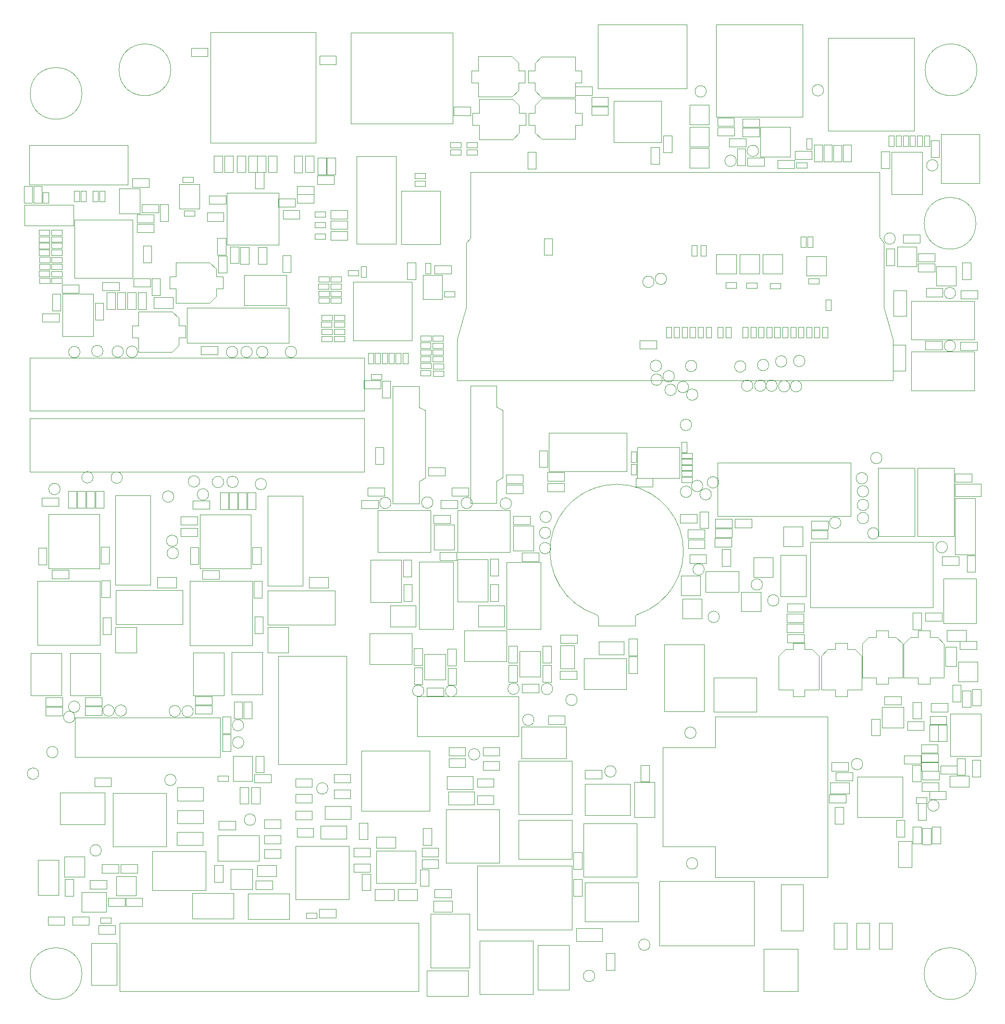
<source format=gbr>
G04 #@! TF.GenerationSoftware,KiCad,Pcbnew,5.1.5+dfsg1-2build2*
G04 #@! TF.CreationDate,2021-02-17T11:04:07+00:00*
G04 #@! TF.ProjectId,HILTOP_Motherboard,48494c54-4f50-45f4-9d6f-74686572626f,Rev C*
G04 #@! TF.SameCoordinates,Original*
G04 #@! TF.FileFunction,Other,User*
%FSLAX46Y46*%
G04 Gerber Fmt 4.6, Leading zero omitted, Abs format (unit mm)*
G04 Created by KiCad (PCBNEW 5.1.5+dfsg1-2build2) date 2021-02-17 11:04:07*
%MOMM*%
%LPD*%
G04 APERTURE LIST*
%ADD10C,0.050000*%
%ADD11C,0.120000*%
G04 APERTURE END LIST*
D10*
X123020000Y-90460000D02*
X125980000Y-90460000D01*
X123020000Y-91920000D02*
X123020000Y-90460000D01*
X125980000Y-91920000D02*
X123020000Y-91920000D01*
X125980000Y-90460000D02*
X125980000Y-91920000D01*
X201400000Y-74050000D02*
X129400000Y-74050000D01*
X201400000Y-74050000D02*
X201400000Y-85450000D01*
X129400000Y-74050000D02*
X129400000Y-85650000D01*
X129400000Y-85650000D02*
X128600000Y-86450000D01*
X128600000Y-86450000D02*
X128600000Y-97850000D01*
X128600000Y-97850000D02*
X127000000Y-103450000D01*
X127000000Y-103450000D02*
X127000000Y-110650000D01*
X127000000Y-110650000D02*
X203800000Y-110650000D01*
X203800000Y-110650000D02*
X203800000Y-103450000D01*
X203800000Y-103450000D02*
X202200000Y-97850000D01*
X202200000Y-97850000D02*
X202200000Y-86450000D01*
X202200000Y-86450000D02*
X201400000Y-85450000D01*
X60900000Y-60160000D02*
G75*
G03X60900000Y-60160000I-4550000J0D01*
G01*
X76550000Y-56000000D02*
G75*
G03X76550000Y-56000000I-4550000J0D01*
G01*
X218550000Y-56000000D02*
G75*
G03X218550000Y-56000000I-4550000J0D01*
G01*
X218380000Y-83020000D02*
G75*
G03X218380000Y-83020000I-4550000J0D01*
G01*
X218380000Y-215100000D02*
G75*
G03X218380000Y-215100000I-4550000J0D01*
G01*
X60900000Y-215100000D02*
G75*
G03X60900000Y-215100000I-4550000J0D01*
G01*
X64200000Y-158670000D02*
X58800000Y-158670000D01*
X64200000Y-166130000D02*
X58800000Y-166130000D01*
X64200000Y-158670000D02*
X64200000Y-166130000D01*
X58800000Y-158670000D02*
X58800000Y-166130000D01*
X59640000Y-92640000D02*
X69840000Y-92640000D01*
X59640000Y-82440000D02*
X69840000Y-82440000D01*
X69840000Y-82440000D02*
X69840000Y-92640000D01*
X59640000Y-82440000D02*
X59640000Y-92640000D01*
X85900000Y-158645000D02*
X80500000Y-158645000D01*
X85900000Y-166105000D02*
X80500000Y-166105000D01*
X85900000Y-158645000D02*
X85900000Y-166105000D01*
X80500000Y-158645000D02*
X80500000Y-166105000D01*
X154585000Y-68760000D02*
X162985000Y-68760000D01*
X154585000Y-61460000D02*
X162985000Y-61460000D01*
X154585000Y-68760000D02*
X154585000Y-61460000D01*
X162985000Y-68760000D02*
X162985000Y-61460000D01*
X162650000Y-72560000D02*
X161150000Y-72560000D01*
X161150000Y-72560000D02*
X161150000Y-69640000D01*
X161150000Y-69640000D02*
X162650000Y-69640000D01*
X162650000Y-69640000D02*
X162650000Y-72560000D01*
X183950000Y-148700000D02*
X183950000Y-141400000D01*
X183950000Y-141400000D02*
X188450000Y-141400000D01*
X188450000Y-141400000D02*
X188450000Y-148700000D01*
X188450000Y-148700000D02*
X183950000Y-148700000D01*
X67600000Y-206150000D02*
X67600000Y-218200000D01*
X67600000Y-218200000D02*
X120200000Y-218200000D01*
X120200000Y-218200000D02*
X120200000Y-206150000D01*
X120200000Y-206150000D02*
X67600000Y-206150000D01*
X207600000Y-138125000D02*
X207600000Y-126075000D01*
X207600000Y-126075000D02*
X201200000Y-126075000D01*
X201200000Y-126075000D02*
X201200000Y-138125000D01*
X201200000Y-138125000D02*
X207600000Y-138125000D01*
X214525000Y-138125000D02*
X214525000Y-126075000D01*
X214525000Y-126075000D02*
X208125000Y-126075000D01*
X208125000Y-126075000D02*
X208125000Y-138125000D01*
X208125000Y-138125000D02*
X214525000Y-138125000D01*
X56800000Y-201250000D02*
X56800000Y-195100000D01*
X56800000Y-195100000D02*
X53200000Y-195100000D01*
X53200000Y-195100000D02*
X53200000Y-201250000D01*
X53200000Y-201250000D02*
X56800000Y-201250000D01*
X161800000Y-187550000D02*
X161800000Y-181400000D01*
X161800000Y-181400000D02*
X158200000Y-181400000D01*
X158200000Y-181400000D02*
X158200000Y-187550000D01*
X158200000Y-187550000D02*
X161800000Y-187550000D01*
X84850000Y-190750000D02*
X92150000Y-190750000D01*
X92150000Y-190750000D02*
X92150000Y-195250000D01*
X92150000Y-195250000D02*
X84850000Y-195250000D01*
X84850000Y-195250000D02*
X84850000Y-190750000D01*
X117200000Y-86700000D02*
X117200000Y-77300000D01*
X117200000Y-86700000D02*
X124000000Y-86700000D01*
X124000000Y-77300000D02*
X117200000Y-77300000D01*
X124000000Y-77300000D02*
X124000000Y-86700000D01*
X73300000Y-193600000D02*
X82700000Y-193600000D01*
X73300000Y-193600000D02*
X73300000Y-200400000D01*
X82700000Y-200400000D02*
X82700000Y-193600000D01*
X82700000Y-200400000D02*
X73300000Y-200400000D01*
X149550000Y-199100000D02*
X158950000Y-199100000D01*
X149550000Y-199100000D02*
X149550000Y-205900000D01*
X158950000Y-205900000D02*
X158950000Y-199100000D01*
X158950000Y-205900000D02*
X149550000Y-205900000D01*
X126440000Y-64000000D02*
X126440000Y-62500000D01*
X126440000Y-62500000D02*
X129360000Y-62500000D01*
X129360000Y-62500000D02*
X129360000Y-64000000D01*
X129360000Y-64000000D02*
X126440000Y-64000000D01*
X64950000Y-188790000D02*
X57050000Y-188790000D01*
X64950000Y-188790000D02*
X64950000Y-183260000D01*
X57050000Y-183260000D02*
X57050000Y-188790000D01*
X57050000Y-183260000D02*
X64950000Y-183260000D01*
X122380000Y-214020000D02*
X122380000Y-204620000D01*
X122380000Y-214020000D02*
X129180000Y-214020000D01*
X129180000Y-204620000D02*
X122380000Y-204620000D01*
X129180000Y-204620000D02*
X129180000Y-214020000D01*
X149550000Y-181710000D02*
X157450000Y-181710000D01*
X149550000Y-181710000D02*
X149550000Y-187240000D01*
X157450000Y-187240000D02*
X157450000Y-181710000D01*
X157450000Y-187240000D02*
X149550000Y-187240000D01*
X66060000Y-180650000D02*
X66060000Y-182150000D01*
X66060000Y-182150000D02*
X63140000Y-182150000D01*
X63140000Y-182150000D02*
X63140000Y-180650000D01*
X63140000Y-180650000D02*
X66060000Y-180650000D01*
X149540000Y-180750000D02*
X149540000Y-179250000D01*
X149540000Y-179250000D02*
X152460000Y-179250000D01*
X152460000Y-179250000D02*
X152460000Y-180750000D01*
X152460000Y-180750000D02*
X149540000Y-180750000D01*
X141210000Y-217950000D02*
X141210000Y-210050000D01*
X141210000Y-217950000D02*
X146740000Y-217950000D01*
X146740000Y-210050000D02*
X141210000Y-210050000D01*
X146740000Y-210050000D02*
X146740000Y-217950000D01*
X154750000Y-214460000D02*
X153250000Y-214460000D01*
X153250000Y-214460000D02*
X153250000Y-211540000D01*
X153250000Y-211540000D02*
X154750000Y-211540000D01*
X154750000Y-211540000D02*
X154750000Y-214460000D01*
X91290000Y-181500000D02*
X91290000Y-180000000D01*
X91290000Y-180000000D02*
X94210000Y-180000000D01*
X94210000Y-180000000D02*
X94210000Y-181500000D01*
X94210000Y-181500000D02*
X91290000Y-181500000D01*
X141450000Y-123040000D02*
X142950000Y-123040000D01*
X142950000Y-123040000D02*
X142950000Y-125960000D01*
X142950000Y-125960000D02*
X141450000Y-125960000D01*
X141450000Y-125960000D02*
X141450000Y-123040000D01*
X135645000Y-130550000D02*
X135645000Y-129050000D01*
X135645000Y-129050000D02*
X138565000Y-129050000D01*
X138565000Y-129050000D02*
X138565000Y-130550000D01*
X138565000Y-130550000D02*
X135645000Y-130550000D01*
X203650000Y-210790000D02*
X201350000Y-210790000D01*
X201350000Y-210790000D02*
X201350000Y-206210000D01*
X201350000Y-206210000D02*
X203650000Y-206210000D01*
X203650000Y-206210000D02*
X203650000Y-210790000D01*
X204350000Y-188090000D02*
X205850000Y-188090000D01*
X205850000Y-188090000D02*
X205850000Y-191010000D01*
X205850000Y-191010000D02*
X204350000Y-191010000D01*
X204350000Y-191010000D02*
X204350000Y-188090000D01*
X199650000Y-210790000D02*
X197350000Y-210790000D01*
X197350000Y-210790000D02*
X197350000Y-206210000D01*
X197350000Y-206210000D02*
X199650000Y-206210000D01*
X199650000Y-206210000D02*
X199650000Y-210790000D01*
X207210000Y-178390000D02*
X208710000Y-178390000D01*
X208710000Y-178390000D02*
X208710000Y-181310000D01*
X208710000Y-181310000D02*
X207210000Y-181310000D01*
X207210000Y-181310000D02*
X207210000Y-178390000D01*
X208765000Y-176250000D02*
X208765000Y-174750000D01*
X208765000Y-174750000D02*
X211685000Y-174750000D01*
X211685000Y-174750000D02*
X211685000Y-176250000D01*
X211685000Y-176250000D02*
X208765000Y-176250000D01*
X195910000Y-177950000D02*
X195910000Y-179450000D01*
X195910000Y-179450000D02*
X192990000Y-179450000D01*
X192990000Y-179450000D02*
X192990000Y-177950000D01*
X192990000Y-177950000D02*
X195910000Y-177950000D01*
X196065000Y-181450000D02*
X196065000Y-183450000D01*
X196065000Y-183450000D02*
X192685000Y-183450000D01*
X192685000Y-183450000D02*
X192685000Y-181450000D01*
X192685000Y-181450000D02*
X196065000Y-181450000D01*
X215000000Y-160990000D02*
X213000000Y-160990000D01*
X213000000Y-160990000D02*
X213000000Y-157610000D01*
X213000000Y-157610000D02*
X215000000Y-157610000D01*
X215000000Y-157610000D02*
X215000000Y-160990000D01*
X92950000Y-76910000D02*
X91450000Y-76910000D01*
X91450000Y-76910000D02*
X91450000Y-73990000D01*
X91450000Y-73990000D02*
X92950000Y-73990000D01*
X92950000Y-73990000D02*
X92950000Y-76910000D01*
X88850000Y-87240000D02*
X90350000Y-87240000D01*
X90350000Y-87240000D02*
X90350000Y-90160000D01*
X90350000Y-90160000D02*
X88850000Y-90160000D01*
X88850000Y-90160000D02*
X88850000Y-87240000D01*
X85860000Y-81150000D02*
X85860000Y-82650000D01*
X85860000Y-82650000D02*
X82940000Y-82650000D01*
X82940000Y-82650000D02*
X82940000Y-81150000D01*
X82940000Y-81150000D02*
X85860000Y-81150000D01*
X96340000Y-82250000D02*
X96340000Y-80750000D01*
X96340000Y-80750000D02*
X99260000Y-80750000D01*
X99260000Y-80750000D02*
X99260000Y-82250000D01*
X99260000Y-82250000D02*
X96340000Y-82250000D01*
X91950000Y-87240000D02*
X93450000Y-87240000D01*
X93450000Y-87240000D02*
X93450000Y-90160000D01*
X93450000Y-90160000D02*
X91950000Y-90160000D01*
X91950000Y-90160000D02*
X91950000Y-87240000D01*
X150685000Y-63980000D02*
X150685000Y-62480000D01*
X150685000Y-62480000D02*
X153605000Y-62480000D01*
X153605000Y-62480000D02*
X153605000Y-63980000D01*
X153605000Y-63980000D02*
X150685000Y-63980000D01*
X65260000Y-198650000D02*
X65260000Y-200150000D01*
X65260000Y-200150000D02*
X62340000Y-200150000D01*
X62340000Y-200150000D02*
X62340000Y-198650000D01*
X62340000Y-198650000D02*
X65260000Y-198650000D01*
X213810000Y-182250000D02*
X213810000Y-180250000D01*
X213810000Y-180250000D02*
X217190000Y-180250000D01*
X217190000Y-180250000D02*
X217190000Y-182250000D01*
X217190000Y-182250000D02*
X213810000Y-182250000D01*
X211750000Y-174210000D02*
X210250000Y-174210000D01*
X210250000Y-174210000D02*
X210250000Y-171290000D01*
X210250000Y-171290000D02*
X211750000Y-171290000D01*
X211750000Y-171290000D02*
X211750000Y-174210000D01*
X216690000Y-154600000D02*
X216690000Y-156600000D01*
X216690000Y-156600000D02*
X213310000Y-156600000D01*
X213310000Y-156600000D02*
X213310000Y-154600000D01*
X213310000Y-154600000D02*
X216690000Y-154600000D01*
X208950000Y-189490000D02*
X210450000Y-189490000D01*
X210450000Y-189490000D02*
X210450000Y-192410000D01*
X210450000Y-192410000D02*
X208950000Y-192410000D01*
X208950000Y-192410000D02*
X208950000Y-189490000D01*
X211810000Y-181450000D02*
X211810000Y-182950000D01*
X211810000Y-182950000D02*
X208890000Y-182950000D01*
X208890000Y-182950000D02*
X208890000Y-181450000D01*
X208890000Y-181450000D02*
X211810000Y-181450000D01*
X137800000Y-188100000D02*
X147200000Y-188100000D01*
X137800000Y-188100000D02*
X137800000Y-194900000D01*
X147200000Y-194900000D02*
X147200000Y-188100000D01*
X147200000Y-194900000D02*
X137800000Y-194900000D01*
X138300000Y-171680000D02*
X146200000Y-171680000D01*
X138300000Y-171680000D02*
X138300000Y-177210000D01*
X146200000Y-177210000D02*
X146200000Y-171680000D01*
X146200000Y-177210000D02*
X138300000Y-177210000D01*
X143080000Y-171180000D02*
X143080000Y-169680000D01*
X143080000Y-169680000D02*
X146000000Y-169680000D01*
X146000000Y-169680000D02*
X146000000Y-171180000D01*
X146000000Y-171180000D02*
X143080000Y-171180000D01*
X103950000Y-74410000D02*
X102450000Y-74410000D01*
X102450000Y-74410000D02*
X102450000Y-71490000D01*
X102450000Y-71490000D02*
X103950000Y-71490000D01*
X103950000Y-71490000D02*
X103950000Y-74410000D01*
X103710000Y-187900000D02*
X103710000Y-185600000D01*
X103710000Y-185600000D02*
X108290000Y-185600000D01*
X108290000Y-185600000D02*
X108290000Y-187900000D01*
X108290000Y-187900000D02*
X103710000Y-187900000D01*
X129790000Y-180350000D02*
X129790000Y-182650000D01*
X129790000Y-182650000D02*
X125210000Y-182650000D01*
X125210000Y-182650000D02*
X125210000Y-180350000D01*
X125210000Y-180350000D02*
X129790000Y-180350000D01*
X101710000Y-189500000D02*
X101710000Y-191000000D01*
X101710000Y-191000000D02*
X98790000Y-191000000D01*
X98790000Y-191000000D02*
X98790000Y-189500000D01*
X98790000Y-189500000D02*
X101710000Y-189500000D01*
X130540000Y-185250000D02*
X130540000Y-183750000D01*
X130540000Y-183750000D02*
X133460000Y-183750000D01*
X133460000Y-183750000D02*
X133460000Y-185250000D01*
X133460000Y-185250000D02*
X130540000Y-185250000D01*
X101460000Y-186500000D02*
X101460000Y-188000000D01*
X101460000Y-188000000D02*
X98540000Y-188000000D01*
X98540000Y-188000000D02*
X98540000Y-186500000D01*
X98540000Y-186500000D02*
X101460000Y-186500000D01*
X130540000Y-182250000D02*
X130540000Y-180750000D01*
X130540000Y-180750000D02*
X133460000Y-180750000D01*
X133460000Y-180750000D02*
X133460000Y-182250000D01*
X133460000Y-182250000D02*
X130540000Y-182250000D01*
X93040000Y-194750000D02*
X93040000Y-193250000D01*
X93040000Y-193250000D02*
X95960000Y-193250000D01*
X95960000Y-193250000D02*
X95960000Y-194750000D01*
X95960000Y-194750000D02*
X93040000Y-194750000D01*
X101460000Y-183500000D02*
X101460000Y-185000000D01*
X101460000Y-185000000D02*
X98540000Y-185000000D01*
X98540000Y-185000000D02*
X98540000Y-183500000D01*
X98540000Y-183500000D02*
X101460000Y-183500000D01*
X131540000Y-179250000D02*
X131540000Y-177750000D01*
X131540000Y-177750000D02*
X134460000Y-177750000D01*
X134460000Y-177750000D02*
X134460000Y-179250000D01*
X134460000Y-179250000D02*
X131540000Y-179250000D01*
X93040000Y-192250000D02*
X93040000Y-190750000D01*
X93040000Y-190750000D02*
X95960000Y-190750000D01*
X95960000Y-190750000D02*
X95960000Y-192250000D01*
X95960000Y-192250000D02*
X93040000Y-192250000D01*
X105290000Y-184250000D02*
X105290000Y-182750000D01*
X105290000Y-182750000D02*
X108210000Y-182750000D01*
X108210000Y-182750000D02*
X108210000Y-184250000D01*
X108210000Y-184250000D02*
X105290000Y-184250000D01*
X128460000Y-177250000D02*
X128460000Y-178750000D01*
X128460000Y-178750000D02*
X125540000Y-178750000D01*
X125540000Y-178750000D02*
X125540000Y-177250000D01*
X125540000Y-177250000D02*
X128460000Y-177250000D01*
X93040000Y-189500000D02*
X93040000Y-188000000D01*
X93040000Y-188000000D02*
X95960000Y-188000000D01*
X95960000Y-188000000D02*
X95960000Y-189500000D01*
X95960000Y-189500000D02*
X93040000Y-189500000D01*
X101460000Y-180750000D02*
X101460000Y-182250000D01*
X101460000Y-182250000D02*
X98540000Y-182250000D01*
X98540000Y-182250000D02*
X98540000Y-180750000D01*
X98540000Y-180750000D02*
X101460000Y-180750000D01*
X128460000Y-175250000D02*
X128460000Y-176750000D01*
X128460000Y-176750000D02*
X125540000Y-176750000D01*
X125540000Y-176750000D02*
X125540000Y-175250000D01*
X125540000Y-175250000D02*
X128460000Y-175250000D01*
X87960000Y-188250000D02*
X87960000Y-189750000D01*
X87960000Y-189750000D02*
X85040000Y-189750000D01*
X85040000Y-189750000D02*
X85040000Y-188250000D01*
X85040000Y-188250000D02*
X87960000Y-188250000D01*
X105290000Y-181500000D02*
X105290000Y-180000000D01*
X105290000Y-180000000D02*
X108210000Y-180000000D01*
X108210000Y-180000000D02*
X108210000Y-181500000D01*
X108210000Y-181500000D02*
X105290000Y-181500000D01*
X131540000Y-176750000D02*
X131540000Y-175250000D01*
X131540000Y-175250000D02*
X134460000Y-175250000D01*
X134460000Y-175250000D02*
X134460000Y-176750000D01*
X134460000Y-176750000D02*
X131540000Y-176750000D01*
X105550000Y-74410000D02*
X104050000Y-74410000D01*
X104050000Y-74410000D02*
X104050000Y-71490000D01*
X104050000Y-71490000D02*
X105550000Y-71490000D01*
X105550000Y-71490000D02*
X105550000Y-74410000D01*
X123710000Y-195000000D02*
X123710000Y-196500000D01*
X123710000Y-196500000D02*
X120790000Y-196500000D01*
X120790000Y-196500000D02*
X120790000Y-195000000D01*
X120790000Y-195000000D02*
X123710000Y-195000000D01*
X130040000Y-183100000D02*
X130040000Y-185400000D01*
X130040000Y-185400000D02*
X125460000Y-185400000D01*
X125460000Y-185400000D02*
X125460000Y-183100000D01*
X125460000Y-183100000D02*
X130040000Y-183100000D01*
X122000000Y-199710000D02*
X120500000Y-199710000D01*
X120500000Y-199710000D02*
X120500000Y-196790000D01*
X120500000Y-196790000D02*
X122000000Y-196790000D01*
X122000000Y-196790000D02*
X122000000Y-199710000D01*
X119940000Y-200250000D02*
X119940000Y-202250000D01*
X119940000Y-202250000D02*
X116560000Y-202250000D01*
X116560000Y-202250000D02*
X116560000Y-200250000D01*
X116560000Y-200250000D02*
X119940000Y-200250000D01*
X112810000Y-193000000D02*
X112810000Y-191000000D01*
X112810000Y-191000000D02*
X116190000Y-191000000D01*
X116190000Y-191000000D02*
X116190000Y-193000000D01*
X116190000Y-193000000D02*
X112810000Y-193000000D01*
X115940000Y-200250000D02*
X115940000Y-202250000D01*
X115940000Y-202250000D02*
X112560000Y-202250000D01*
X112560000Y-202250000D02*
X112560000Y-200250000D01*
X112560000Y-200250000D02*
X115940000Y-200250000D01*
X111750000Y-200460000D02*
X110250000Y-200460000D01*
X110250000Y-200460000D02*
X110250000Y-197540000D01*
X110250000Y-197540000D02*
X111750000Y-197540000D01*
X111750000Y-197540000D02*
X111750000Y-200460000D01*
X102960000Y-191400000D02*
X102960000Y-189100000D01*
X102960000Y-189100000D02*
X107540000Y-189100000D01*
X107540000Y-189100000D02*
X107540000Y-191400000D01*
X107540000Y-191400000D02*
X102960000Y-191400000D01*
X84250000Y-196040000D02*
X85750000Y-196040000D01*
X85750000Y-196040000D02*
X85750000Y-198960000D01*
X85750000Y-198960000D02*
X84250000Y-198960000D01*
X84250000Y-198960000D02*
X84250000Y-196040000D01*
X108790000Y-197250000D02*
X108790000Y-195750000D01*
X108790000Y-195750000D02*
X111710000Y-195750000D01*
X111710000Y-195750000D02*
X111710000Y-197250000D01*
X111710000Y-197250000D02*
X108790000Y-197250000D01*
X91540000Y-200250000D02*
X91540000Y-198750000D01*
X91540000Y-198750000D02*
X94460000Y-198750000D01*
X94460000Y-198750000D02*
X94460000Y-200250000D01*
X94460000Y-200250000D02*
X91540000Y-200250000D01*
X91810000Y-198000000D02*
X91810000Y-196000000D01*
X91810000Y-196000000D02*
X95190000Y-196000000D01*
X95190000Y-196000000D02*
X95190000Y-198000000D01*
X95190000Y-198000000D02*
X91810000Y-198000000D01*
X195650000Y-210790000D02*
X193350000Y-210790000D01*
X193350000Y-210790000D02*
X193350000Y-206210000D01*
X193350000Y-206210000D02*
X195650000Y-206210000D01*
X195650000Y-206210000D02*
X195650000Y-210790000D01*
X211910000Y-179450000D02*
X211910000Y-180950000D01*
X211910000Y-180950000D02*
X208990000Y-180950000D01*
X208990000Y-180950000D02*
X208990000Y-179450000D01*
X208990000Y-179450000D02*
X211910000Y-179450000D01*
X215590000Y-158050000D02*
X215590000Y-156550000D01*
X215590000Y-156550000D02*
X218510000Y-156550000D01*
X218510000Y-156550000D02*
X218510000Y-158050000D01*
X218510000Y-158050000D02*
X215590000Y-158050000D01*
X175310000Y-138450000D02*
X175310000Y-139950000D01*
X175310000Y-139950000D02*
X172390000Y-139950000D01*
X172390000Y-139950000D02*
X172390000Y-138450000D01*
X172390000Y-138450000D02*
X175310000Y-138450000D01*
X175940000Y-136550000D02*
X175940000Y-135050000D01*
X175940000Y-135050000D02*
X178860000Y-135050000D01*
X178860000Y-135050000D02*
X178860000Y-136550000D01*
X178860000Y-136550000D02*
X175940000Y-136550000D01*
X208750000Y-170210000D02*
X207250000Y-170210000D01*
X207250000Y-170210000D02*
X207250000Y-167290000D01*
X207250000Y-167290000D02*
X208750000Y-167290000D01*
X208750000Y-167290000D02*
X208750000Y-170210000D01*
X185190000Y-151450000D02*
X185190000Y-149950000D01*
X185190000Y-149950000D02*
X188110000Y-149950000D01*
X188110000Y-149950000D02*
X188110000Y-151450000D01*
X188110000Y-151450000D02*
X185190000Y-151450000D01*
X185190000Y-156850000D02*
X185190000Y-155350000D01*
X185190000Y-155350000D02*
X188110000Y-155350000D01*
X188110000Y-155350000D02*
X188110000Y-156850000D01*
X188110000Y-156850000D02*
X185190000Y-156850000D01*
X179320000Y-210150000D02*
X179320000Y-198850000D01*
X179320000Y-198850000D02*
X162680000Y-198850000D01*
X162680000Y-198850000D02*
X162680000Y-210150000D01*
X162680000Y-210150000D02*
X179320000Y-210150000D01*
X170500000Y-158100000D02*
X170500000Y-157200000D01*
X163500000Y-158100000D02*
X163500000Y-157200000D01*
X163500000Y-168900000D02*
X170500000Y-168900000D01*
X170500000Y-168900000D02*
X170500000Y-158100000D01*
X170500000Y-157200000D02*
X163500000Y-157200000D01*
X163500000Y-158100000D02*
X163500000Y-168900000D01*
X182600000Y-145350000D02*
X179200000Y-145350000D01*
X179200000Y-145350000D02*
X179200000Y-141850000D01*
X179200000Y-141850000D02*
X182600000Y-141850000D01*
X182600000Y-141850000D02*
X182600000Y-145350000D01*
X166440000Y-145020000D02*
X169840000Y-145020000D01*
X169840000Y-145020000D02*
X169840000Y-148520000D01*
X169840000Y-148520000D02*
X166440000Y-148520000D01*
X166440000Y-148520000D02*
X166440000Y-145020000D01*
X177000000Y-151300000D02*
X177000000Y-147900000D01*
X177000000Y-147900000D02*
X180500000Y-147900000D01*
X180500000Y-147900000D02*
X180500000Y-151300000D01*
X180500000Y-151300000D02*
X177000000Y-151300000D01*
X166700000Y-149100000D02*
X170100000Y-149100000D01*
X170100000Y-149100000D02*
X170100000Y-152600000D01*
X170100000Y-152600000D02*
X166700000Y-152600000D01*
X166700000Y-152600000D02*
X166700000Y-149100000D01*
X218700000Y-163700000D02*
X215300000Y-163700000D01*
X215300000Y-163700000D02*
X215300000Y-160200000D01*
X215300000Y-160200000D02*
X218700000Y-160200000D01*
X218700000Y-160200000D02*
X218700000Y-163700000D01*
X84900000Y-88790000D02*
X86400000Y-88790000D01*
X86400000Y-88790000D02*
X86400000Y-91710000D01*
X86400000Y-91710000D02*
X84900000Y-91710000D01*
X84900000Y-91710000D02*
X84900000Y-88790000D01*
X105310000Y-74650000D02*
X105310000Y-76150000D01*
X105310000Y-76150000D02*
X102390000Y-76150000D01*
X102390000Y-76150000D02*
X102390000Y-74650000D01*
X102390000Y-74650000D02*
X105310000Y-74650000D01*
X124960000Y-158850000D02*
X121260000Y-158850000D01*
X121260000Y-158850000D02*
X121260000Y-163350000D01*
X121260000Y-163350000D02*
X124960000Y-163350000D01*
X124960000Y-163350000D02*
X124960000Y-158850000D01*
X141670000Y-158320000D02*
X137970000Y-158320000D01*
X137970000Y-158320000D02*
X137970000Y-162820000D01*
X137970000Y-162820000D02*
X141670000Y-162820000D01*
X141670000Y-162820000D02*
X141670000Y-158320000D01*
X108250000Y-49500000D02*
X126250000Y-49500000D01*
X126250000Y-65500000D02*
X108250000Y-65500000D01*
X108250000Y-49500000D02*
X108250000Y-65500000D01*
X126250000Y-49500000D02*
X126250000Y-65500000D01*
X109295000Y-71215000D02*
X109295000Y-86615000D01*
X109295000Y-86615000D02*
X116245000Y-86615000D01*
X116245000Y-86615000D02*
X116245000Y-71215000D01*
X116245000Y-71215000D02*
X109295000Y-71215000D01*
X137870000Y-166350000D02*
X119930000Y-166350000D01*
X119930000Y-166350000D02*
X119930000Y-173300000D01*
X119930000Y-173300000D02*
X137870000Y-173300000D01*
X137870000Y-173300000D02*
X137870000Y-166350000D01*
X85252198Y-170020000D02*
X59692198Y-170020000D01*
X59692198Y-170020000D02*
X59692198Y-176970000D01*
X59692198Y-176970000D02*
X85252198Y-176970000D01*
X85252198Y-176970000D02*
X85252198Y-170020000D01*
X219066000Y-67318000D02*
X212266000Y-67318000D01*
X212266000Y-67318000D02*
X212266000Y-75938000D01*
X212266000Y-75938000D02*
X219066000Y-75938000D01*
X219066000Y-75938000D02*
X219066000Y-67318000D01*
X102080000Y-68840000D02*
X83540000Y-68840000D01*
X102080000Y-68840000D02*
X102080000Y-49390000D01*
X83540000Y-49390000D02*
X83540000Y-68840000D01*
X83540000Y-49390000D02*
X102080000Y-49390000D01*
X167430000Y-59290000D02*
X151830000Y-59290000D01*
X151830000Y-59290000D02*
X151830000Y-48040000D01*
X151830000Y-48040000D02*
X167430000Y-48040000D01*
X167430000Y-48040000D02*
X167430000Y-59290000D01*
X143180000Y-119880000D02*
X143180000Y-126680000D01*
X143180000Y-126680000D02*
X156880000Y-126680000D01*
X156880000Y-126680000D02*
X156880000Y-119880000D01*
X156880000Y-119880000D02*
X143180000Y-119880000D01*
X172670000Y-64310000D02*
X172670000Y-48000000D01*
X172670000Y-64310000D02*
X187870000Y-64310000D01*
X187870000Y-48000000D02*
X172670000Y-48000000D01*
X187870000Y-48000000D02*
X187870000Y-64310000D01*
X206980000Y-105630000D02*
X206980000Y-112430000D01*
X206980000Y-112430000D02*
X218140000Y-112430000D01*
X218140000Y-112430000D02*
X218140000Y-105630000D01*
X218140000Y-105630000D02*
X206980000Y-105630000D01*
X66401000Y-192764000D02*
X66401000Y-183366000D01*
X66401000Y-183366000D02*
X75799000Y-183366000D01*
X75799000Y-183366000D02*
X75799000Y-192764000D01*
X75799000Y-192764000D02*
X66401000Y-192764000D01*
X149301000Y-198064000D02*
X149301000Y-188666000D01*
X149301000Y-188666000D02*
X158699000Y-188666000D01*
X158699000Y-188666000D02*
X158699000Y-198064000D01*
X158699000Y-198064000D02*
X149301000Y-198064000D01*
X130936000Y-209301000D02*
X140334000Y-209301000D01*
X140334000Y-209301000D02*
X140334000Y-218699000D01*
X140334000Y-218699000D02*
X130936000Y-218699000D01*
X130936000Y-218699000D02*
X130936000Y-209301000D01*
X192300000Y-169850000D02*
X172450000Y-169850000D01*
X172450000Y-169850000D02*
X172450000Y-175250000D01*
X172450000Y-175250000D02*
X163250000Y-175250000D01*
X163250000Y-175250000D02*
X163250000Y-192750000D01*
X163250000Y-192750000D02*
X172500000Y-192750000D01*
X172500000Y-192750000D02*
X172500000Y-198150000D01*
X172500000Y-198150000D02*
X192300000Y-198150000D01*
X192300000Y-198150000D02*
X192300000Y-169850000D01*
X137801000Y-187064000D02*
X137801000Y-177666000D01*
X137801000Y-177666000D02*
X147199000Y-177666000D01*
X147199000Y-177666000D02*
X147199000Y-187064000D01*
X147199000Y-187064000D02*
X137801000Y-187064000D01*
X134449000Y-186186000D02*
X134449000Y-195584000D01*
X134449000Y-195584000D02*
X125051000Y-195584000D01*
X125051000Y-195584000D02*
X125051000Y-186186000D01*
X125051000Y-186186000D02*
X134449000Y-186186000D01*
X98551000Y-202064000D02*
X98551000Y-192666000D01*
X98551000Y-192666000D02*
X107949000Y-192666000D01*
X107949000Y-192666000D02*
X107949000Y-202064000D01*
X107949000Y-202064000D02*
X98551000Y-202064000D01*
X181000000Y-210750000D02*
X181000000Y-218250000D01*
X187000000Y-210750000D02*
X181000000Y-210750000D01*
X187000000Y-218250000D02*
X187000000Y-210750000D01*
X181000000Y-218250000D02*
X187000000Y-218250000D01*
X179750000Y-163000000D02*
X172250000Y-163000000D01*
X179750000Y-169000000D02*
X179750000Y-163000000D01*
X172250000Y-169000000D02*
X179750000Y-169000000D01*
X172250000Y-163000000D02*
X172250000Y-169000000D01*
X66950000Y-201400000D02*
X66950000Y-198000000D01*
X66950000Y-198000000D02*
X70450000Y-198000000D01*
X70450000Y-198000000D02*
X70450000Y-201400000D01*
X70450000Y-201400000D02*
X66950000Y-201400000D01*
X184500000Y-136400000D02*
X187900000Y-136400000D01*
X187900000Y-136400000D02*
X187900000Y-139900000D01*
X187900000Y-139900000D02*
X184500000Y-139900000D01*
X184500000Y-139900000D02*
X184500000Y-136400000D01*
X102720000Y-205270000D02*
X102720000Y-203770000D01*
X102720000Y-203770000D02*
X105640000Y-203770000D01*
X105640000Y-203770000D02*
X105640000Y-205270000D01*
X105640000Y-205270000D02*
X102720000Y-205270000D01*
X77710000Y-184650000D02*
X77710000Y-182350000D01*
X77710000Y-182350000D02*
X82290000Y-182350000D01*
X82290000Y-182350000D02*
X82290000Y-184650000D01*
X82290000Y-184650000D02*
X77710000Y-184650000D01*
X160850000Y-181310000D02*
X159350000Y-181310000D01*
X159350000Y-181310000D02*
X159350000Y-178390000D01*
X159350000Y-178390000D02*
X160850000Y-178390000D01*
X160850000Y-178390000D02*
X160850000Y-181310000D01*
X77610000Y-192450000D02*
X77610000Y-190150000D01*
X77610000Y-190150000D02*
X82190000Y-190150000D01*
X82190000Y-190150000D02*
X82190000Y-192450000D01*
X82190000Y-192450000D02*
X77610000Y-192450000D01*
X93000000Y-179710000D02*
X91500000Y-179710000D01*
X91500000Y-179710000D02*
X91500000Y-176790000D01*
X91500000Y-176790000D02*
X93000000Y-176790000D01*
X93000000Y-176790000D02*
X93000000Y-179710000D01*
X194950000Y-69215000D02*
X196450000Y-69215000D01*
X196450000Y-69215000D02*
X196450000Y-72135000D01*
X196450000Y-72135000D02*
X194950000Y-72135000D01*
X194950000Y-72135000D02*
X194950000Y-69215000D01*
X142915000Y-130275000D02*
X142915000Y-128775000D01*
X142915000Y-128775000D02*
X145835000Y-128775000D01*
X145835000Y-128775000D02*
X145835000Y-130275000D01*
X145835000Y-130275000D02*
X142915000Y-130275000D01*
X193250000Y-69240000D02*
X194750000Y-69240000D01*
X194750000Y-69240000D02*
X194750000Y-72160000D01*
X194750000Y-72160000D02*
X193250000Y-72160000D01*
X193250000Y-72160000D02*
X193250000Y-69240000D01*
X142940000Y-128375000D02*
X142940000Y-126875000D01*
X142940000Y-126875000D02*
X145860000Y-126875000D01*
X145860000Y-126875000D02*
X145860000Y-128375000D01*
X145860000Y-128375000D02*
X142940000Y-128375000D01*
X135645000Y-128800000D02*
X135645000Y-127300000D01*
X135645000Y-127300000D02*
X138565000Y-127300000D01*
X138565000Y-127300000D02*
X138565000Y-128800000D01*
X138565000Y-128800000D02*
X135645000Y-128800000D01*
X98460000Y-78650000D02*
X98460000Y-80150000D01*
X98460000Y-80150000D02*
X95540000Y-80150000D01*
X95540000Y-80150000D02*
X95540000Y-78650000D01*
X95540000Y-78650000D02*
X98460000Y-78650000D01*
X77710000Y-188650000D02*
X77710000Y-186350000D01*
X77710000Y-186350000D02*
X82290000Y-186350000D01*
X82290000Y-186350000D02*
X82290000Y-188650000D01*
X82290000Y-188650000D02*
X77710000Y-188650000D01*
X212150000Y-192210000D02*
X210650000Y-192210000D01*
X210650000Y-192210000D02*
X210650000Y-189290000D01*
X210650000Y-189290000D02*
X212150000Y-189290000D01*
X212150000Y-189290000D02*
X212150000Y-192210000D01*
X207250000Y-189290000D02*
X208750000Y-189290000D01*
X208750000Y-189290000D02*
X208750000Y-192210000D01*
X208750000Y-192210000D02*
X207250000Y-192210000D01*
X207250000Y-192210000D02*
X207250000Y-189290000D01*
X213110000Y-182950000D02*
X213110000Y-184450000D01*
X213110000Y-184450000D02*
X210190000Y-184450000D01*
X210190000Y-184450000D02*
X210190000Y-182950000D01*
X210190000Y-182950000D02*
X213110000Y-182950000D01*
X209650000Y-188060000D02*
X208150000Y-188060000D01*
X208150000Y-188060000D02*
X208150000Y-185140000D01*
X208150000Y-185140000D02*
X209650000Y-185140000D01*
X209650000Y-185140000D02*
X209650000Y-188060000D01*
X208790000Y-179450000D02*
X208790000Y-177950000D01*
X208790000Y-177950000D02*
X211710000Y-177950000D01*
X211710000Y-177950000D02*
X211710000Y-179450000D01*
X211710000Y-179450000D02*
X208790000Y-179450000D01*
X212140000Y-179975000D02*
X212140000Y-178475000D01*
X212140000Y-178475000D02*
X215060000Y-178475000D01*
X215060000Y-178475000D02*
X215060000Y-179975000D01*
X215060000Y-179975000D02*
X212140000Y-179975000D01*
X207050000Y-196340000D02*
X204750000Y-196340000D01*
X204750000Y-196340000D02*
X204750000Y-191760000D01*
X204750000Y-191760000D02*
X207050000Y-191760000D01*
X207050000Y-191760000D02*
X207050000Y-196340000D01*
X215025000Y-177190000D02*
X216525000Y-177190000D01*
X216525000Y-177190000D02*
X216525000Y-180110000D01*
X216525000Y-180110000D02*
X215025000Y-180110000D01*
X215025000Y-180110000D02*
X215025000Y-177190000D01*
X184050000Y-199450000D02*
X187950000Y-199450000D01*
X187950000Y-199450000D02*
X187950000Y-207550000D01*
X187950000Y-207550000D02*
X184050000Y-207550000D01*
X184050000Y-207550000D02*
X184050000Y-199450000D01*
X83340000Y-79650000D02*
X83340000Y-78150000D01*
X83340000Y-78150000D02*
X86260000Y-78150000D01*
X86260000Y-78150000D02*
X86260000Y-79650000D01*
X86260000Y-79650000D02*
X83340000Y-79650000D01*
X150670000Y-62340000D02*
X150670000Y-60840000D01*
X150670000Y-60840000D02*
X153590000Y-60840000D01*
X153590000Y-60840000D02*
X153590000Y-62340000D01*
X153590000Y-62340000D02*
X150670000Y-62340000D01*
X218300000Y-144385000D02*
X216800000Y-144385000D01*
X216800000Y-144385000D02*
X216800000Y-141465000D01*
X216800000Y-141465000D02*
X218300000Y-141465000D01*
X218300000Y-141465000D02*
X218300000Y-144385000D01*
X215360000Y-141700000D02*
X215360000Y-143200000D01*
X215360000Y-143200000D02*
X212440000Y-143200000D01*
X212440000Y-143200000D02*
X212440000Y-141700000D01*
X212440000Y-141700000D02*
X215360000Y-141700000D01*
X185090000Y-153250000D02*
X185090000Y-151750000D01*
X185090000Y-151750000D02*
X188010000Y-151750000D01*
X188010000Y-151750000D02*
X188010000Y-153250000D01*
X188010000Y-153250000D02*
X185090000Y-153250000D01*
X147850000Y-60460000D02*
X147850000Y-58960000D01*
X147850000Y-58960000D02*
X150770000Y-58960000D01*
X150770000Y-58960000D02*
X150770000Y-60460000D01*
X150770000Y-60460000D02*
X147850000Y-60460000D01*
X163350000Y-67600000D02*
X164850000Y-67600000D01*
X164850000Y-67600000D02*
X164850000Y-70520000D01*
X164850000Y-70520000D02*
X163350000Y-70520000D01*
X163350000Y-70520000D02*
X163350000Y-67600000D01*
X85085000Y-144125000D02*
X85085000Y-145625000D01*
X85085000Y-145625000D02*
X82165000Y-145625000D01*
X82165000Y-145625000D02*
X82165000Y-144125000D01*
X82165000Y-144125000D02*
X85085000Y-144125000D01*
X105660000Y-53550000D02*
X105660000Y-55050000D01*
X105660000Y-55050000D02*
X102740000Y-55050000D01*
X102740000Y-55050000D02*
X102740000Y-53550000D01*
X102740000Y-53550000D02*
X105660000Y-53550000D01*
X80140000Y-53650000D02*
X80140000Y-52150000D01*
X80140000Y-52150000D02*
X83060000Y-52150000D01*
X83060000Y-52150000D02*
X83060000Y-53650000D01*
X83060000Y-53650000D02*
X80140000Y-53650000D01*
X142300000Y-85690000D02*
X143800000Y-85690000D01*
X143800000Y-85690000D02*
X143800000Y-88610000D01*
X143800000Y-88610000D02*
X142300000Y-88610000D01*
X142300000Y-88610000D02*
X142300000Y-85690000D01*
X211750000Y-171290000D02*
X213250000Y-171290000D01*
X213250000Y-171290000D02*
X213250000Y-174210000D01*
X213250000Y-174210000D02*
X211750000Y-174210000D01*
X211750000Y-174210000D02*
X211750000Y-171290000D01*
X59240000Y-206550000D02*
X59240000Y-205050000D01*
X59240000Y-205050000D02*
X62160000Y-205050000D01*
X62160000Y-205050000D02*
X62160000Y-206550000D01*
X62160000Y-206550000D02*
X59240000Y-206550000D01*
X63840000Y-208150000D02*
X63840000Y-206650000D01*
X63840000Y-206650000D02*
X66760000Y-206650000D01*
X66760000Y-206650000D02*
X66760000Y-208150000D01*
X66760000Y-208150000D02*
X63840000Y-208150000D01*
X68460000Y-201750000D02*
X68460000Y-203250000D01*
X68460000Y-203250000D02*
X65540000Y-203250000D01*
X65540000Y-203250000D02*
X65540000Y-201750000D01*
X65540000Y-201750000D02*
X68460000Y-201750000D01*
X54940000Y-206550000D02*
X54940000Y-205050000D01*
X54940000Y-205050000D02*
X57860000Y-205050000D01*
X57860000Y-205050000D02*
X57860000Y-206550000D01*
X57860000Y-206550000D02*
X54940000Y-206550000D01*
X71560000Y-201750000D02*
X71560000Y-203250000D01*
X71560000Y-203250000D02*
X68640000Y-203250000D01*
X68640000Y-203250000D02*
X68640000Y-201750000D01*
X68640000Y-201750000D02*
X71560000Y-201750000D01*
X64440000Y-197350000D02*
X64440000Y-195850000D01*
X64440000Y-195850000D02*
X67360000Y-195850000D01*
X67360000Y-195850000D02*
X67360000Y-197350000D01*
X67360000Y-197350000D02*
X64440000Y-197350000D01*
X215750000Y-167210000D02*
X214250000Y-167210000D01*
X214250000Y-167210000D02*
X214250000Y-164290000D01*
X214250000Y-164290000D02*
X215750000Y-164290000D01*
X215750000Y-164290000D02*
X215750000Y-167210000D01*
X216000000Y-165290000D02*
X217500000Y-165290000D01*
X217500000Y-165290000D02*
X217500000Y-168210000D01*
X217500000Y-168210000D02*
X216000000Y-168210000D01*
X216000000Y-168210000D02*
X216000000Y-165290000D01*
X189405000Y-136890000D02*
X189405000Y-135390000D01*
X189405000Y-135390000D02*
X192325000Y-135390000D01*
X192325000Y-135390000D02*
X192325000Y-136890000D01*
X192325000Y-136890000D02*
X189405000Y-136890000D01*
X219250000Y-167960000D02*
X217750000Y-167960000D01*
X217750000Y-167960000D02*
X217750000Y-165040000D01*
X217750000Y-165040000D02*
X219250000Y-165040000D01*
X219250000Y-165040000D02*
X219250000Y-167960000D01*
X189385000Y-138580000D02*
X189385000Y-137080000D01*
X189385000Y-137080000D02*
X192305000Y-137080000D01*
X192305000Y-137080000D02*
X192305000Y-138580000D01*
X192305000Y-138580000D02*
X189385000Y-138580000D01*
X206290000Y-172250000D02*
X206290000Y-170750000D01*
X206290000Y-170750000D02*
X209210000Y-170750000D01*
X209210000Y-170750000D02*
X209210000Y-172250000D01*
X209210000Y-172250000D02*
X206290000Y-172250000D01*
X200000000Y-170290000D02*
X201500000Y-170290000D01*
X201500000Y-170290000D02*
X201500000Y-173210000D01*
X201500000Y-173210000D02*
X200000000Y-173210000D01*
X200000000Y-173210000D02*
X200000000Y-170290000D01*
X166290000Y-135750000D02*
X166290000Y-134250000D01*
X166290000Y-134250000D02*
X169210000Y-134250000D01*
X169210000Y-134250000D02*
X169210000Y-135750000D01*
X169210000Y-135750000D02*
X166290000Y-135750000D01*
X171250000Y-136710000D02*
X169750000Y-136710000D01*
X169750000Y-136710000D02*
X169750000Y-133790000D01*
X169750000Y-133790000D02*
X171250000Y-133790000D01*
X171250000Y-133790000D02*
X171250000Y-136710000D01*
X167660000Y-138450000D02*
X167660000Y-136950000D01*
X167660000Y-136950000D02*
X170580000Y-136950000D01*
X170580000Y-136950000D02*
X170580000Y-138450000D01*
X170580000Y-138450000D02*
X167660000Y-138450000D01*
X170630000Y-138750000D02*
X170630000Y-140250000D01*
X170630000Y-140250000D02*
X167710000Y-140250000D01*
X167710000Y-140250000D02*
X167710000Y-138750000D01*
X167710000Y-138750000D02*
X170630000Y-138750000D01*
X170860000Y-141340000D02*
X170860000Y-142840000D01*
X170860000Y-142840000D02*
X167940000Y-142840000D01*
X167940000Y-142840000D02*
X167940000Y-141340000D01*
X167940000Y-141340000D02*
X170860000Y-141340000D01*
X90250000Y-185210000D02*
X88750000Y-185210000D01*
X88750000Y-185210000D02*
X88750000Y-182290000D01*
X88750000Y-182290000D02*
X90250000Y-182290000D01*
X90250000Y-182290000D02*
X90250000Y-185210000D01*
X90750000Y-182290000D02*
X92250000Y-182290000D01*
X92250000Y-182290000D02*
X92250000Y-185210000D01*
X92250000Y-185210000D02*
X90750000Y-185210000D01*
X90750000Y-185210000D02*
X90750000Y-182290000D01*
X98840000Y-79450000D02*
X98840000Y-77950000D01*
X98840000Y-77950000D02*
X101760000Y-77950000D01*
X101760000Y-77950000D02*
X101760000Y-79450000D01*
X101760000Y-79450000D02*
X98840000Y-79450000D01*
X104740000Y-82250000D02*
X104740000Y-80750000D01*
X104740000Y-80750000D02*
X107660000Y-80750000D01*
X107660000Y-80750000D02*
X107660000Y-82250000D01*
X107660000Y-82250000D02*
X104740000Y-82250000D01*
X104740000Y-84050000D02*
X104740000Y-82550000D01*
X104740000Y-82550000D02*
X107660000Y-82550000D01*
X107660000Y-82550000D02*
X107660000Y-84050000D01*
X107660000Y-84050000D02*
X104740000Y-84050000D01*
X104740000Y-85950000D02*
X104740000Y-84450000D01*
X104740000Y-84450000D02*
X107660000Y-84450000D01*
X107660000Y-84450000D02*
X107660000Y-85950000D01*
X107660000Y-85950000D02*
X104740000Y-85950000D01*
X98840000Y-77950000D02*
X98840000Y-76450000D01*
X98840000Y-76450000D02*
X101760000Y-76450000D01*
X101760000Y-76450000D02*
X101760000Y-77950000D01*
X101760000Y-77950000D02*
X98840000Y-77950000D01*
X210290000Y-171250000D02*
X210290000Y-169750000D01*
X210290000Y-169750000D02*
X213210000Y-169750000D01*
X213210000Y-169750000D02*
X213210000Y-171250000D01*
X213210000Y-171250000D02*
X210290000Y-171250000D01*
X175410000Y-135050000D02*
X175410000Y-136550000D01*
X175410000Y-136550000D02*
X172490000Y-136550000D01*
X172490000Y-136550000D02*
X172490000Y-135050000D01*
X172490000Y-135050000D02*
X175410000Y-135050000D01*
X88550000Y-90060000D02*
X87050000Y-90060000D01*
X87050000Y-90060000D02*
X87050000Y-87140000D01*
X87050000Y-87140000D02*
X88550000Y-87140000D01*
X88550000Y-87140000D02*
X88550000Y-90060000D01*
X99760000Y-74070000D02*
X98260000Y-74070000D01*
X98260000Y-74070000D02*
X98260000Y-71150000D01*
X98260000Y-71150000D02*
X99760000Y-71150000D01*
X99760000Y-71150000D02*
X99760000Y-74070000D01*
X84750000Y-85640000D02*
X86250000Y-85640000D01*
X86250000Y-85640000D02*
X86250000Y-88560000D01*
X86250000Y-88560000D02*
X84750000Y-88560000D01*
X84750000Y-88560000D02*
X84750000Y-85640000D01*
X101740000Y-74060000D02*
X100240000Y-74060000D01*
X100240000Y-74060000D02*
X100240000Y-71140000D01*
X100240000Y-71140000D02*
X101740000Y-71140000D01*
X101740000Y-71140000D02*
X101740000Y-74060000D01*
X93270000Y-74050000D02*
X91770000Y-74050000D01*
X91770000Y-74050000D02*
X91770000Y-71130000D01*
X91770000Y-71130000D02*
X93270000Y-71130000D01*
X93270000Y-71130000D02*
X93270000Y-74050000D01*
X95250000Y-74060000D02*
X93750000Y-74060000D01*
X93750000Y-74060000D02*
X93750000Y-71140000D01*
X93750000Y-71140000D02*
X95250000Y-71140000D01*
X95250000Y-71140000D02*
X95250000Y-74060000D01*
X209490000Y-153050000D02*
X209490000Y-151550000D01*
X209490000Y-151550000D02*
X212410000Y-151550000D01*
X212410000Y-151550000D02*
X212410000Y-153050000D01*
X212410000Y-153050000D02*
X209490000Y-153050000D01*
X207250000Y-151590000D02*
X208750000Y-151590000D01*
X208750000Y-151590000D02*
X208750000Y-154510000D01*
X208750000Y-154510000D02*
X207250000Y-154510000D01*
X207250000Y-154510000D02*
X207250000Y-151590000D01*
X89750000Y-74060000D02*
X88250000Y-74060000D01*
X88250000Y-74060000D02*
X88250000Y-71140000D01*
X88250000Y-71140000D02*
X89750000Y-71140000D01*
X89750000Y-71140000D02*
X89750000Y-74060000D01*
X91750000Y-74060000D02*
X90250000Y-74060000D01*
X90250000Y-74060000D02*
X90250000Y-71140000D01*
X90250000Y-71140000D02*
X91750000Y-71140000D01*
X91750000Y-71140000D02*
X91750000Y-74060000D01*
X85660000Y-74060000D02*
X84160000Y-74060000D01*
X84160000Y-74060000D02*
X84160000Y-71140000D01*
X84160000Y-71140000D02*
X85660000Y-71140000D01*
X85660000Y-71140000D02*
X85660000Y-74060000D01*
X87550000Y-74060000D02*
X86050000Y-74060000D01*
X86050000Y-74060000D02*
X86050000Y-71140000D01*
X86050000Y-71140000D02*
X87550000Y-71140000D01*
X87550000Y-71140000D02*
X87550000Y-74060000D01*
X123710000Y-193000000D02*
X123710000Y-194500000D01*
X123710000Y-194500000D02*
X120790000Y-194500000D01*
X120790000Y-194500000D02*
X120790000Y-193000000D01*
X120790000Y-193000000D02*
X123710000Y-193000000D01*
X122500000Y-192460000D02*
X121000000Y-192460000D01*
X121000000Y-192460000D02*
X121000000Y-189540000D01*
X121000000Y-189540000D02*
X122500000Y-189540000D01*
X122500000Y-189540000D02*
X122500000Y-192460000D01*
X70660000Y-195850000D02*
X70660000Y-197350000D01*
X70660000Y-197350000D02*
X67740000Y-197350000D01*
X67740000Y-197350000D02*
X67740000Y-195850000D01*
X67740000Y-195850000D02*
X70660000Y-195850000D01*
X108790000Y-194500000D02*
X108790000Y-193000000D01*
X108790000Y-193000000D02*
X111710000Y-193000000D01*
X111710000Y-193000000D02*
X111710000Y-194500000D01*
X111710000Y-194500000D02*
X108790000Y-194500000D01*
X111250000Y-191460000D02*
X109750000Y-191460000D01*
X109750000Y-191460000D02*
X109750000Y-188540000D01*
X109750000Y-188540000D02*
X111250000Y-188540000D01*
X111250000Y-188540000D02*
X111250000Y-191460000D01*
X175410000Y-136750000D02*
X175410000Y-138250000D01*
X175410000Y-138250000D02*
X172490000Y-138250000D01*
X172490000Y-138250000D02*
X172490000Y-136750000D01*
X172490000Y-136750000D02*
X175410000Y-136750000D01*
X185090000Y-155050000D02*
X185090000Y-153550000D01*
X185090000Y-153550000D02*
X188010000Y-153550000D01*
X188010000Y-153550000D02*
X188010000Y-155050000D01*
X188010000Y-155050000D02*
X185090000Y-155050000D01*
X189190000Y-139150000D02*
X210840000Y-139150000D01*
X210840000Y-139150000D02*
X210840000Y-150650000D01*
X210840000Y-150650000D02*
X189190000Y-150650000D01*
X189190000Y-150650000D02*
X189190000Y-139150000D01*
X86450000Y-77700000D02*
X86450000Y-86800000D01*
X95550000Y-77700000D02*
X95550000Y-86800000D01*
X86450000Y-77700000D02*
X95550000Y-77700000D01*
X86450000Y-86800000D02*
X95550000Y-86800000D01*
X205450000Y-187550000D02*
X205450000Y-180450000D01*
X197550000Y-187550000D02*
X197550000Y-180450000D01*
X205450000Y-187550000D02*
X197550000Y-187550000D01*
X205450000Y-180450000D02*
X197550000Y-180450000D01*
X218400000Y-145550000D02*
X212700000Y-145550000D01*
X218400000Y-153450000D02*
X212700000Y-153450000D01*
X218400000Y-145550000D02*
X218400000Y-153450000D01*
X212700000Y-145550000D02*
X212700000Y-153450000D01*
X219300000Y-169370000D02*
X213900000Y-169370000D01*
X219300000Y-176830000D02*
X213900000Y-176830000D01*
X219300000Y-169370000D02*
X219300000Y-176830000D01*
X213900000Y-169370000D02*
X213900000Y-176830000D01*
X170750000Y-144300000D02*
X170750000Y-147900000D01*
X176650000Y-144300000D02*
X176650000Y-147900000D01*
X170750000Y-144300000D02*
X176650000Y-144300000D01*
X170750000Y-147900000D02*
X176650000Y-147900000D01*
X201850000Y-171800000D02*
X205650000Y-171800000D01*
X201850000Y-168200000D02*
X201850000Y-171800000D01*
X205650000Y-168200000D02*
X201850000Y-168200000D01*
X205650000Y-171800000D02*
X205650000Y-168200000D01*
X93650000Y-151275000D02*
X93650000Y-153675000D01*
X94250000Y-153675000D02*
X93650000Y-153675000D01*
X105450000Y-151275000D02*
X105450000Y-153675000D01*
X104850000Y-147675000D02*
X105450000Y-147675000D01*
X94250000Y-153675000D02*
X105450000Y-153675000D01*
X105450000Y-151275000D02*
X105450000Y-147675000D01*
X104850000Y-147675000D02*
X93650000Y-147675000D01*
X93650000Y-147675000D02*
X93650000Y-151275000D01*
X90900000Y-146025000D02*
X79900000Y-146025000D01*
X90900000Y-157325000D02*
X79900000Y-157325000D01*
X90900000Y-146025000D02*
X90900000Y-157325000D01*
X79900000Y-146025000D02*
X79900000Y-157325000D01*
X64100000Y-145950000D02*
X53100000Y-145950000D01*
X64100000Y-157250000D02*
X53100000Y-157250000D01*
X64100000Y-145950000D02*
X64100000Y-157250000D01*
X53100000Y-145950000D02*
X53100000Y-157250000D01*
X66850000Y-151200000D02*
X66850000Y-153600000D01*
X67450000Y-153600000D02*
X66850000Y-153600000D01*
X78650000Y-151200000D02*
X78650000Y-153600000D01*
X78050000Y-147600000D02*
X78650000Y-147600000D01*
X67450000Y-153600000D02*
X78650000Y-153600000D01*
X78650000Y-151200000D02*
X78650000Y-147600000D01*
X78050000Y-147600000D02*
X66850000Y-147600000D01*
X66850000Y-147600000D02*
X66850000Y-151200000D01*
X92700000Y-158545000D02*
X87300000Y-158545000D01*
X92700000Y-166005000D02*
X87300000Y-166005000D01*
X92700000Y-158545000D02*
X92700000Y-166005000D01*
X87300000Y-158545000D02*
X87300000Y-166005000D01*
X57300000Y-158670000D02*
X51900000Y-158670000D01*
X57300000Y-166130000D02*
X51900000Y-166130000D01*
X57300000Y-158670000D02*
X57300000Y-166130000D01*
X51900000Y-158670000D02*
X51900000Y-166130000D01*
X60830000Y-200800000D02*
X65170000Y-200800000D01*
X60830000Y-200800000D02*
X60830000Y-204200000D01*
X65170000Y-204200000D02*
X65170000Y-200800000D01*
X65170000Y-204200000D02*
X60830000Y-204200000D01*
X90950000Y-176830000D02*
X90950000Y-181170000D01*
X90950000Y-176830000D02*
X87550000Y-176830000D01*
X87550000Y-181170000D02*
X90950000Y-181170000D01*
X87550000Y-181170000D02*
X87550000Y-176830000D01*
X119750000Y-199150000D02*
X119750000Y-193450000D01*
X112750000Y-199150000D02*
X112750000Y-193450000D01*
X119750000Y-199150000D02*
X112750000Y-199150000D01*
X119750000Y-193450000D02*
X112750000Y-193450000D01*
X87100000Y-196700000D02*
X90900000Y-196700000D01*
X90900000Y-196700000D02*
X90900000Y-200300000D01*
X90900000Y-200300000D02*
X87100000Y-200300000D01*
X87100000Y-200300000D02*
X87100000Y-196700000D01*
X139350000Y-154450000D02*
X141750000Y-154450000D01*
X141750000Y-153850000D02*
X141750000Y-154450000D01*
X139350000Y-142650000D02*
X141750000Y-142650000D01*
X135750000Y-143250000D02*
X135750000Y-142650000D01*
X141750000Y-153850000D02*
X141750000Y-142650000D01*
X139350000Y-142650000D02*
X135750000Y-142650000D01*
X135750000Y-143250000D02*
X135750000Y-154450000D01*
X135750000Y-154450000D02*
X139350000Y-154450000D01*
X113000000Y-140950000D02*
X122300000Y-140950000D01*
X113000000Y-133550000D02*
X122300000Y-133550000D01*
X113000000Y-140950000D02*
X113000000Y-133550000D01*
X122300000Y-140950000D02*
X122300000Y-133550000D01*
X127050000Y-140950000D02*
X136350000Y-140950000D01*
X127050000Y-133550000D02*
X136350000Y-133550000D01*
X127050000Y-140950000D02*
X127050000Y-133550000D01*
X136350000Y-140950000D02*
X136350000Y-133550000D01*
X123950000Y-154425000D02*
X126350000Y-154425000D01*
X126350000Y-153825000D02*
X126350000Y-154425000D01*
X123950000Y-142625000D02*
X126350000Y-142625000D01*
X120350000Y-143225000D02*
X120350000Y-142625000D01*
X126350000Y-153825000D02*
X126350000Y-142625000D01*
X123950000Y-142625000D02*
X120350000Y-142625000D01*
X120350000Y-143225000D02*
X120350000Y-154425000D01*
X120350000Y-154425000D02*
X123950000Y-154425000D01*
X117150000Y-142245000D02*
X111750000Y-142245000D01*
X117150000Y-149705000D02*
X111750000Y-149705000D01*
X117150000Y-142245000D02*
X117150000Y-149705000D01*
X111750000Y-142245000D02*
X111750000Y-149705000D01*
X132450000Y-142170000D02*
X127050000Y-142170000D01*
X132450000Y-149630000D02*
X127050000Y-149630000D01*
X132450000Y-142170000D02*
X132450000Y-149630000D01*
X127050000Y-142170000D02*
X127050000Y-149630000D01*
X111595000Y-155225000D02*
X111595000Y-160625000D01*
X119055000Y-155225000D02*
X119055000Y-160625000D01*
X111595000Y-155225000D02*
X119055000Y-155225000D01*
X111595000Y-160625000D02*
X119055000Y-160625000D01*
X128245000Y-154750000D02*
X128245000Y-160150000D01*
X135705000Y-154750000D02*
X135705000Y-160150000D01*
X128245000Y-154750000D02*
X135705000Y-154750000D01*
X128245000Y-160150000D02*
X135705000Y-160150000D01*
X81650000Y-76100000D02*
X78050000Y-76100000D01*
X78050000Y-76100000D02*
X78050000Y-80500000D01*
X78050000Y-80500000D02*
X81650000Y-80500000D01*
X81650000Y-80500000D02*
X81650000Y-76100000D01*
X192392000Y-50383000D02*
X192392000Y-66766000D01*
X192392000Y-66766000D02*
X207505000Y-66766000D01*
X207505000Y-66766000D02*
X207505000Y-50383000D01*
X207505000Y-50383000D02*
X192392000Y-50383000D01*
X209465000Y-105250000D02*
X209465000Y-103750000D01*
X209465000Y-103750000D02*
X212385000Y-103750000D01*
X212385000Y-103750000D02*
X212385000Y-105250000D01*
X212385000Y-105250000D02*
X209465000Y-105250000D01*
X209590000Y-95950000D02*
X209590000Y-94450000D01*
X209590000Y-94450000D02*
X212510000Y-94450000D01*
X212510000Y-94450000D02*
X212510000Y-95950000D01*
X212510000Y-95950000D02*
X209590000Y-95950000D01*
X51610000Y-69260000D02*
X69010000Y-69260000D01*
X51610000Y-69260000D02*
X51610000Y-76220000D01*
X69010000Y-76220000D02*
X69010000Y-69260000D01*
X69010000Y-76220000D02*
X51610000Y-76220000D01*
X119050000Y-93350000D02*
X108750000Y-93350000D01*
X119050000Y-93350000D02*
X119050000Y-103650000D01*
X108750000Y-93350000D02*
X108750000Y-103650000D01*
X119050000Y-103650000D02*
X108750000Y-103650000D01*
X125980000Y-201730000D02*
X123020000Y-201730000D01*
X125980000Y-200270000D02*
X125980000Y-201730000D01*
X123020000Y-200270000D02*
X125980000Y-200270000D01*
X123020000Y-201730000D02*
X123020000Y-200270000D01*
X126180000Y-204200000D02*
X122820000Y-204200000D01*
X126180000Y-202300000D02*
X126180000Y-204200000D01*
X122820000Y-202300000D02*
X126180000Y-202300000D01*
X122820000Y-204200000D02*
X122820000Y-202300000D01*
X147520000Y-193770000D02*
X148980000Y-193770000D01*
X148980000Y-193770000D02*
X148980000Y-196730000D01*
X148980000Y-196730000D02*
X147520000Y-196730000D01*
X147520000Y-196730000D02*
X147520000Y-193770000D01*
X162155000Y-105105000D02*
X159195000Y-105105000D01*
X162155000Y-103645000D02*
X162155000Y-105105000D01*
X159195000Y-103645000D02*
X162155000Y-103645000D01*
X159195000Y-105105000D02*
X159195000Y-103645000D01*
X54680000Y-143105000D02*
X53220000Y-143105000D01*
X53220000Y-143105000D02*
X53220000Y-140145000D01*
X53220000Y-140145000D02*
X54680000Y-140145000D01*
X54680000Y-140145000D02*
X54680000Y-143105000D01*
X90970000Y-140095000D02*
X92430000Y-140095000D01*
X92430000Y-140095000D02*
X92430000Y-143055000D01*
X92430000Y-143055000D02*
X90970000Y-143055000D01*
X90970000Y-143055000D02*
X90970000Y-140095000D01*
X64270000Y-142980000D02*
X64270000Y-140020000D01*
X65730000Y-142980000D02*
X64270000Y-142980000D01*
X65730000Y-140020000D02*
X65730000Y-142980000D01*
X64270000Y-140020000D02*
X65730000Y-140020000D01*
X97730000Y-91592500D02*
X96270000Y-91592500D01*
X96270000Y-91592500D02*
X96270000Y-88632500D01*
X96270000Y-88632500D02*
X97730000Y-88632500D01*
X97730000Y-88632500D02*
X97730000Y-91592500D01*
X168000000Y-65650000D02*
X168000000Y-62150000D01*
X171400000Y-65650000D02*
X168000000Y-65650000D01*
X171400000Y-62150000D02*
X171400000Y-65650000D01*
X168000000Y-62150000D02*
X171400000Y-62150000D01*
X168000000Y-66050000D02*
X171400000Y-66050000D01*
X171400000Y-66050000D02*
X171400000Y-69550000D01*
X171400000Y-69550000D02*
X168000000Y-69550000D01*
X168000000Y-69550000D02*
X168000000Y-66050000D01*
X168000000Y-69750000D02*
X171400000Y-69750000D01*
X171400000Y-69750000D02*
X171400000Y-73250000D01*
X171400000Y-73250000D02*
X168000000Y-73250000D01*
X168000000Y-73250000D02*
X168000000Y-69750000D01*
X192050000Y-92200000D02*
X188550000Y-92200000D01*
X192050000Y-88800000D02*
X192050000Y-92200000D01*
X188550000Y-88800000D02*
X192050000Y-88800000D01*
X188550000Y-92200000D02*
X188550000Y-88800000D01*
X184350000Y-91900000D02*
X180850000Y-91900000D01*
X184350000Y-88500000D02*
X184350000Y-91900000D01*
X180850000Y-88500000D02*
X184350000Y-88500000D01*
X180850000Y-91900000D02*
X180850000Y-88500000D01*
X176750000Y-91900000D02*
X176750000Y-88500000D01*
X176750000Y-88500000D02*
X180250000Y-88500000D01*
X180250000Y-88500000D02*
X180250000Y-91900000D01*
X180250000Y-91900000D02*
X176750000Y-91900000D01*
X176150000Y-91900000D02*
X172650000Y-91900000D01*
X176150000Y-88500000D02*
X176150000Y-91900000D01*
X172650000Y-88500000D02*
X176150000Y-88500000D01*
X172650000Y-91900000D02*
X172650000Y-88500000D01*
X206120000Y-94820000D02*
X206120000Y-99380000D01*
X203880000Y-94820000D02*
X206120000Y-94820000D01*
X203880000Y-99380000D02*
X203880000Y-94820000D01*
X206120000Y-99380000D02*
X203880000Y-99380000D01*
X206020000Y-108980000D02*
X203780000Y-108980000D01*
X203780000Y-108980000D02*
X203780000Y-104420000D01*
X203780000Y-104420000D02*
X206020000Y-104420000D01*
X206020000Y-104420000D02*
X206020000Y-108980000D01*
X95500000Y-178225000D02*
X107500000Y-178225000D01*
X107500000Y-178225000D02*
X107500000Y-159225000D01*
X107500000Y-159225000D02*
X95500000Y-159225000D01*
X95500000Y-159225000D02*
X95500000Y-178225000D01*
X110150000Y-186500000D02*
X122150000Y-186500000D01*
X122150000Y-186500000D02*
X122150000Y-175900000D01*
X122150000Y-175900000D02*
X110150000Y-175900000D01*
X110150000Y-175900000D02*
X110150000Y-186500000D01*
X206980000Y-96680000D02*
X206980000Y-103480000D01*
X206980000Y-103480000D02*
X218140000Y-103480000D01*
X218140000Y-103480000D02*
X218140000Y-96680000D01*
X218140000Y-96680000D02*
X206980000Y-96680000D01*
X59410000Y-79790000D02*
X50760000Y-79790000D01*
X50760000Y-79790000D02*
X50760000Y-83390000D01*
X50760000Y-83390000D02*
X59410000Y-83390000D01*
X59410000Y-83390000D02*
X59410000Y-79790000D01*
X126032500Y-131030000D02*
X126032500Y-129570000D01*
X126032500Y-129570000D02*
X128992500Y-129570000D01*
X128992500Y-129570000D02*
X128992500Y-131030000D01*
X128992500Y-131030000D02*
X126032500Y-131030000D01*
X114192500Y-131030000D02*
X111232500Y-131030000D01*
X114192500Y-129570000D02*
X114192500Y-131030000D01*
X111232500Y-129570000D02*
X114192500Y-129570000D01*
X111232500Y-131030000D02*
X111232500Y-129570000D01*
X177890000Y-68060000D02*
X177890000Y-69520000D01*
X177890000Y-69520000D02*
X174930000Y-69520000D01*
X174930000Y-69520000D02*
X174930000Y-68060000D01*
X174930000Y-68060000D02*
X177890000Y-68060000D01*
X172845000Y-65930000D02*
X172845000Y-64470000D01*
X172845000Y-64470000D02*
X175805000Y-64470000D01*
X175805000Y-64470000D02*
X175805000Y-65930000D01*
X175805000Y-65930000D02*
X172845000Y-65930000D01*
X183482500Y-71920000D02*
X186442500Y-71920000D01*
X183482500Y-73380000D02*
X183482500Y-71920000D01*
X186442500Y-73380000D02*
X183482500Y-73380000D01*
X186442500Y-71920000D02*
X186442500Y-73380000D01*
X189480000Y-70270000D02*
X189480000Y-71730000D01*
X189480000Y-71730000D02*
X186520000Y-71730000D01*
X186520000Y-71730000D02*
X186520000Y-70270000D01*
X186520000Y-70270000D02*
X189480000Y-70270000D01*
X181110000Y-72930000D02*
X178150000Y-72930000D01*
X181110000Y-71470000D02*
X181110000Y-72930000D01*
X178150000Y-71470000D02*
X181110000Y-71470000D01*
X178150000Y-72930000D02*
X178150000Y-71470000D01*
X177800000Y-72812500D02*
X176340000Y-72812500D01*
X176340000Y-72812500D02*
X176340000Y-69852500D01*
X176340000Y-69852500D02*
X177800000Y-69852500D01*
X177800000Y-69852500D02*
X177800000Y-72812500D01*
X218680000Y-94870000D02*
X218680000Y-96330000D01*
X218680000Y-96330000D02*
X215720000Y-96330000D01*
X215720000Y-96330000D02*
X215720000Y-94870000D01*
X215720000Y-94870000D02*
X218680000Y-94870000D01*
X215632500Y-103870000D02*
X218592500Y-103870000D01*
X215632500Y-105330000D02*
X215632500Y-103870000D01*
X218592500Y-105330000D02*
X215632500Y-105330000D01*
X218592500Y-103870000D02*
X218592500Y-105330000D01*
X80457500Y-133305000D02*
X80457500Y-131845000D01*
X80457500Y-131845000D02*
X83417500Y-131845000D01*
X83417500Y-131845000D02*
X83417500Y-133305000D01*
X83417500Y-133305000D02*
X80457500Y-133305000D01*
X56805000Y-132780000D02*
X53845000Y-132780000D01*
X56805000Y-131320000D02*
X56805000Y-132780000D01*
X53845000Y-131320000D02*
X56805000Y-131320000D01*
X53845000Y-132780000D02*
X53845000Y-131320000D01*
X78320000Y-136645000D02*
X81280000Y-136645000D01*
X78320000Y-138105000D02*
X78320000Y-136645000D01*
X81280000Y-138105000D02*
X78320000Y-138105000D01*
X81280000Y-136645000D02*
X81280000Y-138105000D01*
X66770000Y-98180000D02*
X65310000Y-98180000D01*
X65310000Y-98180000D02*
X65310000Y-95220000D01*
X65310000Y-95220000D02*
X66770000Y-95220000D01*
X66770000Y-95220000D02*
X66770000Y-98180000D01*
X68586666Y-98180000D02*
X67126666Y-98180000D01*
X67126666Y-98180000D02*
X67126666Y-95220000D01*
X67126666Y-95220000D02*
X68586666Y-95220000D01*
X68586666Y-95220000D02*
X68586666Y-98180000D01*
X70403332Y-95220000D02*
X70403332Y-98180000D01*
X68943332Y-95220000D02*
X70403332Y-95220000D01*
X68943332Y-98180000D02*
X68943332Y-95220000D01*
X70403332Y-98180000D02*
X68943332Y-98180000D01*
X72220000Y-95220000D02*
X72220000Y-98180000D01*
X70760000Y-95220000D02*
X72220000Y-95220000D01*
X70760000Y-98180000D02*
X70760000Y-95220000D01*
X72220000Y-98180000D02*
X70760000Y-98180000D01*
X71690000Y-86947500D02*
X73150000Y-86947500D01*
X73150000Y-86947500D02*
X73150000Y-89907500D01*
X73150000Y-89907500D02*
X71690000Y-89907500D01*
X71690000Y-89907500D02*
X71690000Y-86947500D01*
X64530000Y-94860000D02*
X64530000Y-93400000D01*
X64530000Y-93400000D02*
X67490000Y-93400000D01*
X67490000Y-93400000D02*
X67490000Y-94860000D01*
X67490000Y-94860000D02*
X64530000Y-94860000D01*
X57150000Y-95450000D02*
X57150000Y-98410000D01*
X55690000Y-95450000D02*
X57150000Y-95450000D01*
X55690000Y-98410000D02*
X55690000Y-95450000D01*
X57150000Y-98410000D02*
X55690000Y-98410000D01*
X56900000Y-98880000D02*
X56900000Y-100340000D01*
X56900000Y-100340000D02*
X53940000Y-100340000D01*
X53940000Y-100340000D02*
X53940000Y-98880000D01*
X53940000Y-98880000D02*
X56900000Y-98880000D01*
X64700000Y-97070000D02*
X64700000Y-100030000D01*
X63240000Y-97070000D02*
X64700000Y-97070000D01*
X63240000Y-100030000D02*
X63240000Y-97070000D01*
X64700000Y-100030000D02*
X63240000Y-100030000D01*
X73577500Y-83160000D02*
X73577500Y-84620000D01*
X73577500Y-84620000D02*
X70617500Y-84620000D01*
X70617500Y-84620000D02*
X70617500Y-83160000D01*
X70617500Y-83160000D02*
X73577500Y-83160000D01*
X70627500Y-81480000D02*
X73587500Y-81480000D01*
X70627500Y-82940000D02*
X70627500Y-81480000D01*
X73587500Y-82940000D02*
X70627500Y-82940000D01*
X73587500Y-81480000D02*
X73587500Y-82940000D01*
X78320000Y-136105000D02*
X78320000Y-134645000D01*
X78320000Y-134645000D02*
X81280000Y-134645000D01*
X81280000Y-134645000D02*
X81280000Y-136105000D01*
X81280000Y-136105000D02*
X78320000Y-136105000D01*
X55620000Y-144070000D02*
X58580000Y-144070000D01*
X55620000Y-145530000D02*
X55620000Y-144070000D01*
X58580000Y-145530000D02*
X55620000Y-145530000D01*
X58580000Y-144070000D02*
X58580000Y-145530000D01*
X169100000Y-172700000D02*
G75*
G03X169100000Y-172700000I-1000000J0D01*
G01*
X169400000Y-195700000D02*
G75*
G03X169400000Y-195700000I-1000000J0D01*
G01*
X213375000Y-140025000D02*
G75*
G03X213375000Y-140025000I-1000000J0D01*
G01*
X170540000Y-143940000D02*
G75*
G03X170540000Y-143940000I-1000000J0D01*
G01*
X180800000Y-146600000D02*
G75*
G03X180800000Y-146600000I-1000000J0D01*
G01*
X173200000Y-152300000D02*
G75*
G03X173200000Y-152300000I-1000000J0D01*
G01*
X183700000Y-149400000D02*
G75*
G03X183700000Y-149400000I-1000000J0D01*
G01*
X91500000Y-188000000D02*
G75*
G03X91500000Y-188000000I-1000000J0D01*
G01*
X131000000Y-176500000D02*
G75*
G03X131000000Y-176500000I-1000000J0D01*
G01*
X104250000Y-182500000D02*
G75*
G03X104250000Y-182500000I-1000000J0D01*
G01*
X77500000Y-181000000D02*
G75*
G03X77500000Y-181000000I-1000000J0D01*
G01*
X151250000Y-215500000D02*
G75*
G03X151250000Y-215500000I-1000000J0D01*
G01*
X140540000Y-170430000D02*
G75*
G03X140540000Y-170430000I-1000000J0D01*
G01*
X155000000Y-179500000D02*
G75*
G03X155000000Y-179500000I-1000000J0D01*
G01*
X214800000Y-95300000D02*
G75*
G03X214800000Y-95300000I-1000000J0D01*
G01*
X214800000Y-104600000D02*
G75*
G03X214800000Y-104600000I-1000000J0D01*
G01*
X57500000Y-102910000D02*
X62900000Y-102910000D01*
X57500000Y-95450000D02*
X62900000Y-95450000D01*
X57500000Y-102910000D02*
X57500000Y-95450000D01*
X62900000Y-102910000D02*
X62900000Y-95450000D01*
X90700000Y-134325000D02*
X81700000Y-134325000D01*
X90700000Y-143825000D02*
X81700000Y-143825000D01*
X90700000Y-134325000D02*
X90700000Y-143825000D01*
X81700000Y-134325000D02*
X81700000Y-143825000D01*
X55000000Y-134250000D02*
X55000000Y-143750000D01*
X64000000Y-134250000D02*
X64000000Y-143750000D01*
X64000000Y-143750000D02*
X55000000Y-143750000D01*
X64000000Y-134250000D02*
X55000000Y-134250000D01*
X89470000Y-97500000D02*
X96930000Y-97500000D01*
X89470000Y-92100000D02*
X96930000Y-92100000D01*
X96930000Y-92100000D02*
X96930000Y-97500000D01*
X89470000Y-92100000D02*
X89470000Y-97500000D01*
X71100000Y-76880000D02*
X67500000Y-76880000D01*
X67500000Y-76880000D02*
X67500000Y-81280000D01*
X67500000Y-81280000D02*
X71100000Y-81280000D01*
X71100000Y-81280000D02*
X71100000Y-76880000D01*
X99800000Y-131025000D02*
X93600000Y-131025000D01*
X93600000Y-131025000D02*
X93600000Y-146825000D01*
X93600000Y-146825000D02*
X99800000Y-146825000D01*
X99800000Y-146825000D02*
X99800000Y-131025000D01*
X73000000Y-146700000D02*
X73000000Y-130900000D01*
X66800000Y-146700000D02*
X73000000Y-146700000D01*
X66800000Y-130900000D02*
X66800000Y-146700000D01*
X73000000Y-130900000D02*
X66800000Y-130900000D01*
X130725000Y-60750000D02*
X130725000Y-58250000D01*
X130725000Y-58250000D02*
X129575000Y-58250000D01*
X129575000Y-58250000D02*
X129575000Y-56150000D01*
X129575000Y-56150000D02*
X130725000Y-56150000D01*
X130725000Y-56150000D02*
X130725000Y-53650000D01*
X136675000Y-53650000D02*
X130725000Y-53650000D01*
X136675000Y-60750000D02*
X130725000Y-60750000D01*
X137825000Y-54800000D02*
X136675000Y-53650000D01*
X137825000Y-59600000D02*
X136675000Y-60750000D01*
X137825000Y-59600000D02*
X137825000Y-58250000D01*
X137825000Y-56150000D02*
X137825000Y-54800000D01*
X137825000Y-58250000D02*
X138975000Y-58250000D01*
X138975000Y-58250000D02*
X138975000Y-56150000D01*
X138975000Y-56150000D02*
X137825000Y-56150000D01*
X147800000Y-53700000D02*
X147800000Y-56200000D01*
X147800000Y-56200000D02*
X148950000Y-56200000D01*
X148950000Y-56200000D02*
X148950000Y-58300000D01*
X148950000Y-58300000D02*
X147800000Y-58300000D01*
X147800000Y-58300000D02*
X147800000Y-60800000D01*
X141850000Y-60800000D02*
X147800000Y-60800000D01*
X141850000Y-53700000D02*
X147800000Y-53700000D01*
X140700000Y-59650000D02*
X141850000Y-60800000D01*
X140700000Y-54850000D02*
X141850000Y-53700000D01*
X140700000Y-54850000D02*
X140700000Y-56200000D01*
X140700000Y-58300000D02*
X140700000Y-59650000D01*
X140700000Y-56200000D02*
X139550000Y-56200000D01*
X139550000Y-56200000D02*
X139550000Y-58300000D01*
X139550000Y-58300000D02*
X140700000Y-58300000D01*
X139100000Y-63625000D02*
X137950000Y-63625000D01*
X139100000Y-65725000D02*
X139100000Y-63625000D01*
X137950000Y-65725000D02*
X139100000Y-65725000D01*
X137950000Y-63625000D02*
X137950000Y-62275000D01*
X137950000Y-67075000D02*
X137950000Y-65725000D01*
X137950000Y-67075000D02*
X136800000Y-68225000D01*
X137950000Y-62275000D02*
X136800000Y-61125000D01*
X136800000Y-68225000D02*
X130850000Y-68225000D01*
X136800000Y-61125000D02*
X130850000Y-61125000D01*
X130850000Y-63625000D02*
X130850000Y-61125000D01*
X129700000Y-63625000D02*
X130850000Y-63625000D01*
X129700000Y-65725000D02*
X129700000Y-63625000D01*
X130850000Y-65725000D02*
X129700000Y-65725000D01*
X130850000Y-68225000D02*
X130850000Y-65725000D01*
X74157500Y-145300000D02*
X77517500Y-145300000D01*
X74157500Y-147200000D02*
X74157500Y-145300000D01*
X77517500Y-147200000D02*
X74157500Y-147200000D01*
X77517500Y-145300000D02*
X77517500Y-147200000D01*
X203168000Y-73362000D02*
X201708000Y-73362000D01*
X201708000Y-73362000D02*
X201708000Y-70402000D01*
X201708000Y-70402000D02*
X203168000Y-70402000D01*
X203168000Y-70402000D02*
X203168000Y-73362000D01*
X198250000Y-165150000D02*
X195750000Y-165150000D01*
X195750000Y-165150000D02*
X195750000Y-166300000D01*
X195750000Y-166300000D02*
X193650000Y-166300000D01*
X193650000Y-166300000D02*
X193650000Y-165150000D01*
X193650000Y-165150000D02*
X191150000Y-165150000D01*
X191150000Y-159200000D02*
X191150000Y-165150000D01*
X198250000Y-159200000D02*
X198250000Y-165150000D01*
X192300000Y-158050000D02*
X191150000Y-159200000D01*
X197100000Y-158050000D02*
X198250000Y-159200000D01*
X197100000Y-158050000D02*
X195750000Y-158050000D01*
X193650000Y-158050000D02*
X192300000Y-158050000D01*
X195750000Y-158050000D02*
X195750000Y-156900000D01*
X195750000Y-156900000D02*
X193650000Y-156900000D01*
X193650000Y-156900000D02*
X193650000Y-158050000D01*
X100920000Y-145300000D02*
X104280000Y-145300000D01*
X100920000Y-147200000D02*
X100920000Y-145300000D01*
X104280000Y-147200000D02*
X100920000Y-147200000D01*
X104280000Y-145300000D02*
X104280000Y-147200000D01*
X186150000Y-156900000D02*
X186150000Y-158050000D01*
X188250000Y-156900000D02*
X186150000Y-156900000D01*
X188250000Y-158050000D02*
X188250000Y-156900000D01*
X186150000Y-158050000D02*
X184800000Y-158050000D01*
X189600000Y-158050000D02*
X188250000Y-158050000D01*
X189600000Y-158050000D02*
X190750000Y-159200000D01*
X184800000Y-158050000D02*
X183650000Y-159200000D01*
X190750000Y-159200000D02*
X190750000Y-165150000D01*
X183650000Y-159200000D02*
X183650000Y-165150000D01*
X186150000Y-165150000D02*
X183650000Y-165150000D01*
X186150000Y-166300000D02*
X186150000Y-165150000D01*
X188250000Y-166300000D02*
X186150000Y-166300000D01*
X188250000Y-165150000D02*
X188250000Y-166300000D01*
X190750000Y-165150000D02*
X188250000Y-165150000D01*
X92630000Y-145995000D02*
X92630000Y-148955000D01*
X91170000Y-145995000D02*
X92630000Y-145995000D01*
X91170000Y-148955000D02*
X91170000Y-145995000D01*
X92630000Y-148955000D02*
X91170000Y-148955000D01*
X65830000Y-148880000D02*
X64370000Y-148880000D01*
X64370000Y-148880000D02*
X64370000Y-145920000D01*
X64370000Y-145920000D02*
X65830000Y-145920000D01*
X65830000Y-145920000D02*
X65830000Y-148880000D01*
X92770000Y-155210000D02*
X91310000Y-155210000D01*
X91310000Y-155210000D02*
X91310000Y-152250000D01*
X91310000Y-152250000D02*
X92770000Y-152250000D01*
X92770000Y-152250000D02*
X92770000Y-155210000D01*
X66030000Y-152432500D02*
X66030000Y-155392500D01*
X64570000Y-152432500D02*
X66030000Y-152432500D01*
X64570000Y-155392500D02*
X64570000Y-152432500D01*
X66030000Y-155392500D02*
X64570000Y-155392500D01*
X124120000Y-133230000D02*
X124120000Y-131770000D01*
X124120000Y-131770000D02*
X127080000Y-131770000D01*
X127080000Y-131770000D02*
X127080000Y-133230000D01*
X127080000Y-133230000D02*
X124120000Y-133230000D01*
X113080000Y-133230000D02*
X110120000Y-133230000D01*
X113080000Y-131770000D02*
X113080000Y-133230000D01*
X110120000Y-131770000D02*
X113080000Y-131770000D01*
X110120000Y-133230000D02*
X110120000Y-131770000D01*
X126942500Y-142380000D02*
X123982500Y-142380000D01*
X126942500Y-140920000D02*
X126942500Y-142380000D01*
X123982500Y-140920000D02*
X126942500Y-140920000D01*
X123982500Y-142380000D02*
X123982500Y-140920000D01*
X141367500Y-142480000D02*
X138407500Y-142480000D01*
X141367500Y-141020000D02*
X141367500Y-142480000D01*
X138407500Y-141020000D02*
X141367500Y-141020000D01*
X138407500Y-142480000D02*
X138407500Y-141020000D01*
X122870000Y-135855000D02*
X122870000Y-134395000D01*
X122870000Y-134395000D02*
X125830000Y-134395000D01*
X125830000Y-134395000D02*
X125830000Y-135855000D01*
X125830000Y-135855000D02*
X122870000Y-135855000D01*
X136907500Y-135980000D02*
X136907500Y-134520000D01*
X136907500Y-134520000D02*
X139867500Y-134520000D01*
X139867500Y-134520000D02*
X139867500Y-135980000D01*
X139867500Y-135980000D02*
X136907500Y-135980000D01*
X118980000Y-145255000D02*
X117520000Y-145255000D01*
X117520000Y-145255000D02*
X117520000Y-142295000D01*
X117520000Y-142295000D02*
X118980000Y-142295000D01*
X118980000Y-142295000D02*
X118980000Y-145255000D01*
X134280000Y-142120000D02*
X134280000Y-145080000D01*
X132820000Y-142120000D02*
X134280000Y-142120000D01*
X132820000Y-145080000D02*
X132820000Y-142120000D01*
X134280000Y-145080000D02*
X132820000Y-145080000D01*
X132820000Y-149580000D02*
X132820000Y-146620000D01*
X134280000Y-149580000D02*
X132820000Y-149580000D01*
X134280000Y-146620000D02*
X134280000Y-149580000D01*
X132820000Y-146620000D02*
X134280000Y-146620000D01*
X119410000Y-157860000D02*
X120870000Y-157860000D01*
X120870000Y-157860000D02*
X120870000Y-160820000D01*
X120870000Y-160820000D02*
X119410000Y-160820000D01*
X119410000Y-160820000D02*
X119410000Y-157860000D01*
X136080000Y-160390000D02*
X136080000Y-157430000D01*
X137540000Y-160390000D02*
X136080000Y-160390000D01*
X137540000Y-157430000D02*
X137540000Y-160390000D01*
X136080000Y-157430000D02*
X137540000Y-157430000D01*
X117620000Y-149555000D02*
X117620000Y-146595000D01*
X119080000Y-149555000D02*
X117620000Y-149555000D01*
X119080000Y-146595000D02*
X119080000Y-149555000D01*
X117620000Y-146595000D02*
X119080000Y-146595000D01*
X125340000Y-157900000D02*
X126800000Y-157900000D01*
X126800000Y-157900000D02*
X126800000Y-160860000D01*
X126800000Y-160860000D02*
X125340000Y-160860000D01*
X125340000Y-160860000D02*
X125340000Y-157900000D01*
X142090000Y-157440000D02*
X143550000Y-157440000D01*
X143550000Y-157440000D02*
X143550000Y-160400000D01*
X143550000Y-160400000D02*
X142090000Y-160400000D01*
X142090000Y-160400000D02*
X142090000Y-157440000D01*
X120910000Y-161240000D02*
X120910000Y-164200000D01*
X119450000Y-161240000D02*
X120910000Y-161240000D01*
X119450000Y-164200000D02*
X119450000Y-161240000D01*
X120910000Y-164200000D02*
X119450000Y-164200000D01*
X137540000Y-163737500D02*
X136080000Y-163737500D01*
X136080000Y-163737500D02*
X136080000Y-160777500D01*
X136080000Y-160777500D02*
X137540000Y-160777500D01*
X137540000Y-160777500D02*
X137540000Y-163737500D01*
X126820000Y-164290000D02*
X125360000Y-164290000D01*
X125360000Y-164290000D02*
X125360000Y-161330000D01*
X125360000Y-161330000D02*
X126820000Y-161330000D01*
X126820000Y-161330000D02*
X126820000Y-164290000D01*
X143550000Y-160770000D02*
X143550000Y-163730000D01*
X142090000Y-160770000D02*
X143550000Y-160770000D01*
X142090000Y-163730000D02*
X142090000Y-160770000D01*
X143550000Y-163730000D02*
X142090000Y-163730000D01*
X71460000Y-81150000D02*
X71460000Y-79690000D01*
X71460000Y-79690000D02*
X74420000Y-79690000D01*
X74420000Y-79690000D02*
X74420000Y-81150000D01*
X74420000Y-81150000D02*
X71460000Y-81150000D01*
X72760000Y-76620000D02*
X69800000Y-76620000D01*
X72760000Y-75160000D02*
X72760000Y-76620000D01*
X69800000Y-75160000D02*
X72760000Y-75160000D01*
X69800000Y-76620000D02*
X69800000Y-75160000D01*
X60377500Y-95290000D02*
X57417500Y-95290000D01*
X60377500Y-93830000D02*
X60377500Y-95290000D01*
X57417500Y-93830000D02*
X60377500Y-93830000D01*
X57417500Y-95290000D02*
X57417500Y-93830000D01*
X73210000Y-92697500D02*
X74670000Y-92697500D01*
X74670000Y-92697500D02*
X74670000Y-95657500D01*
X74670000Y-95657500D02*
X73210000Y-95657500D01*
X73210000Y-95657500D02*
X73210000Y-92697500D01*
X180255000Y-66270000D02*
X180255000Y-67730000D01*
X180255000Y-67730000D02*
X177295000Y-67730000D01*
X177295000Y-67730000D02*
X177295000Y-66270000D01*
X177295000Y-66270000D02*
X180255000Y-66270000D01*
X177320000Y-64620000D02*
X180280000Y-64620000D01*
X177320000Y-66080000D02*
X177320000Y-64620000D01*
X180280000Y-66080000D02*
X177320000Y-66080000D01*
X180280000Y-64620000D02*
X180280000Y-66080000D01*
X85270000Y-133355000D02*
X85270000Y-130395000D01*
X86730000Y-133355000D02*
X85270000Y-133355000D01*
X86730000Y-130395000D02*
X86730000Y-133355000D01*
X85270000Y-130395000D02*
X86730000Y-130395000D01*
X86870000Y-130395000D02*
X88330000Y-130395000D01*
X88330000Y-130395000D02*
X88330000Y-133355000D01*
X88330000Y-133355000D02*
X86870000Y-133355000D01*
X86870000Y-133355000D02*
X86870000Y-130395000D01*
X58520000Y-130170000D02*
X59980000Y-130170000D01*
X59980000Y-130170000D02*
X59980000Y-133130000D01*
X59980000Y-133130000D02*
X58520000Y-133130000D01*
X58520000Y-133130000D02*
X58520000Y-130170000D01*
X60120000Y-133130000D02*
X60120000Y-130170000D01*
X61580000Y-133130000D02*
X60120000Y-133130000D01*
X61580000Y-130170000D02*
X61580000Y-133130000D01*
X60120000Y-130170000D02*
X61580000Y-130170000D01*
X90070000Y-133355000D02*
X90070000Y-130395000D01*
X91530000Y-133355000D02*
X90070000Y-133355000D01*
X91530000Y-130395000D02*
X91530000Y-133355000D01*
X90070000Y-130395000D02*
X91530000Y-130395000D01*
X63320000Y-133130000D02*
X63320000Y-130170000D01*
X64780000Y-133130000D02*
X63320000Y-133130000D01*
X64780000Y-130170000D02*
X64780000Y-133130000D01*
X63320000Y-130170000D02*
X64780000Y-130170000D01*
X81430000Y-143055000D02*
X79970000Y-143055000D01*
X79970000Y-143055000D02*
X79970000Y-140095000D01*
X79970000Y-140095000D02*
X81430000Y-140095000D01*
X81430000Y-140095000D02*
X81430000Y-143055000D01*
X88470000Y-133355000D02*
X88470000Y-130395000D01*
X89930000Y-133355000D02*
X88470000Y-133355000D01*
X89930000Y-130395000D02*
X89930000Y-133355000D01*
X88470000Y-130395000D02*
X89930000Y-130395000D01*
X69992500Y-94160000D02*
X69992500Y-92700000D01*
X69992500Y-92700000D02*
X72952500Y-92700000D01*
X72952500Y-92700000D02*
X72952500Y-94160000D01*
X72952500Y-94160000D02*
X69992500Y-94160000D01*
X61720000Y-130182500D02*
X63180000Y-130182500D01*
X63180000Y-130182500D02*
X63180000Y-133142500D01*
X63180000Y-133142500D02*
X61720000Y-133142500D01*
X61720000Y-133142500D02*
X61720000Y-130182500D01*
X97310000Y-154115000D02*
X93610000Y-154115000D01*
X93610000Y-154115000D02*
X93610000Y-158615000D01*
X93610000Y-158615000D02*
X97310000Y-158615000D01*
X97310000Y-158615000D02*
X97310000Y-154115000D01*
X70520000Y-158600000D02*
X70520000Y-154100000D01*
X66820000Y-158600000D02*
X70520000Y-158600000D01*
X66820000Y-154100000D02*
X66820000Y-158600000D01*
X70520000Y-154100000D02*
X66820000Y-154100000D01*
X130755000Y-154050000D02*
X135255000Y-154050000D01*
X130755000Y-150350000D02*
X130755000Y-154050000D01*
X135255000Y-150350000D02*
X130755000Y-150350000D01*
X135255000Y-154050000D02*
X135255000Y-150350000D01*
X119755000Y-154050000D02*
X119755000Y-150350000D01*
X119755000Y-150350000D02*
X115255000Y-150350000D01*
X115255000Y-150350000D02*
X115255000Y-154050000D01*
X115255000Y-154050000D02*
X119755000Y-154050000D01*
X124905000Y-125970000D02*
X124905000Y-127430000D01*
X124905000Y-127430000D02*
X121945000Y-127430000D01*
X121945000Y-127430000D02*
X121945000Y-125970000D01*
X121945000Y-125970000D02*
X124905000Y-125970000D01*
X152530000Y-207130000D02*
X152530000Y-209370000D01*
X152530000Y-209370000D02*
X147970000Y-209370000D01*
X147970000Y-209370000D02*
X147970000Y-207130000D01*
X147970000Y-207130000D02*
X152530000Y-207130000D01*
X147520000Y-201480000D02*
X147520000Y-198520000D01*
X148980000Y-201480000D02*
X147520000Y-201480000D01*
X148980000Y-198520000D02*
X148980000Y-201480000D01*
X147520000Y-198520000D02*
X148980000Y-198520000D01*
X113795000Y-110770000D02*
X115255000Y-110770000D01*
X115255000Y-110770000D02*
X115255000Y-113730000D01*
X115255000Y-113730000D02*
X113795000Y-113730000D01*
X113795000Y-113730000D02*
X113795000Y-110770000D01*
X112620000Y-122482500D02*
X114080000Y-122482500D01*
X114080000Y-122482500D02*
X114080000Y-125442500D01*
X114080000Y-125442500D02*
X112620000Y-125442500D01*
X112620000Y-125442500D02*
X112620000Y-122482500D01*
X191570000Y-72180000D02*
X191570000Y-69220000D01*
X193030000Y-72180000D02*
X191570000Y-72180000D01*
X193030000Y-69220000D02*
X193030000Y-72180000D01*
X191570000Y-69220000D02*
X193030000Y-69220000D01*
X118220000Y-92917500D02*
X118220000Y-89957500D01*
X119680000Y-92917500D02*
X118220000Y-92917500D01*
X119680000Y-89957500D02*
X119680000Y-92917500D01*
X118220000Y-89957500D02*
X119680000Y-89957500D01*
X189870000Y-69220000D02*
X191330000Y-69220000D01*
X191330000Y-69220000D02*
X191330000Y-72180000D01*
X191330000Y-72180000D02*
X189870000Y-72180000D01*
X189870000Y-72180000D02*
X189870000Y-69220000D01*
X113530000Y-110670000D02*
X113530000Y-112130000D01*
X113530000Y-112130000D02*
X110570000Y-112130000D01*
X110570000Y-112130000D02*
X110570000Y-110670000D01*
X110570000Y-110670000D02*
X113530000Y-110670000D01*
X202595000Y-90455000D02*
X202595000Y-87495000D01*
X204055000Y-90455000D02*
X202595000Y-90455000D01*
X204055000Y-87495000D02*
X204055000Y-90455000D01*
X202595000Y-87495000D02*
X204055000Y-87495000D01*
X157260000Y-159280000D02*
X158720000Y-159280000D01*
X158720000Y-159280000D02*
X158720000Y-162240000D01*
X158720000Y-162240000D02*
X157260000Y-162240000D01*
X157260000Y-162240000D02*
X157260000Y-159280000D01*
X209280000Y-67585000D02*
X210220000Y-67585000D01*
X210220000Y-67585000D02*
X210220000Y-69445000D01*
X210220000Y-69445000D02*
X209280000Y-69445000D01*
X209280000Y-69445000D02*
X209280000Y-67585000D01*
X208970000Y-67585000D02*
X208970000Y-69445000D01*
X208030000Y-67585000D02*
X208970000Y-67585000D01*
X208030000Y-69445000D02*
X208030000Y-67585000D01*
X208970000Y-69445000D02*
X208030000Y-69445000D01*
X205530000Y-67585000D02*
X206470000Y-67585000D01*
X206470000Y-67585000D02*
X206470000Y-69445000D01*
X206470000Y-69445000D02*
X205530000Y-69445000D01*
X205530000Y-69445000D02*
X205530000Y-67585000D01*
X207720000Y-69430000D02*
X206780000Y-69430000D01*
X206780000Y-69430000D02*
X206780000Y-67570000D01*
X206780000Y-67570000D02*
X207720000Y-67570000D01*
X207720000Y-67570000D02*
X207720000Y-69430000D01*
X204280000Y-69430000D02*
X204280000Y-67570000D01*
X205220000Y-69430000D02*
X204280000Y-69430000D01*
X205220000Y-67570000D02*
X205220000Y-69430000D01*
X204280000Y-67570000D02*
X205220000Y-67570000D01*
X203970000Y-67570000D02*
X203970000Y-69430000D01*
X203030000Y-67570000D02*
X203970000Y-67570000D01*
X203030000Y-69430000D02*
X203030000Y-67570000D01*
X203970000Y-69430000D02*
X203030000Y-69430000D01*
X121680000Y-166240000D02*
X121680000Y-164780000D01*
X121680000Y-164780000D02*
X124640000Y-164780000D01*
X124640000Y-164780000D02*
X124640000Y-166240000D01*
X124640000Y-166240000D02*
X121680000Y-166240000D01*
X141380000Y-165610000D02*
X138420000Y-165610000D01*
X141380000Y-164150000D02*
X141380000Y-165610000D01*
X138420000Y-164150000D02*
X141380000Y-164150000D01*
X138420000Y-165610000D02*
X138420000Y-164150000D01*
X76120000Y-79697500D02*
X76120000Y-82657500D01*
X74660000Y-79697500D02*
X76120000Y-79697500D01*
X74660000Y-82657500D02*
X74660000Y-79697500D01*
X76120000Y-82657500D02*
X74660000Y-82657500D01*
X145240000Y-161360000D02*
X147640000Y-161360000D01*
X147640000Y-161360000D02*
X147640000Y-157360000D01*
X147640000Y-157360000D02*
X145240000Y-157360000D01*
X145240000Y-157360000D02*
X145240000Y-161360000D01*
X122900000Y-140525000D02*
X126500000Y-140525000D01*
X126500000Y-140525000D02*
X126500000Y-136125000D01*
X126500000Y-136125000D02*
X122900000Y-136125000D01*
X122900000Y-136125000D02*
X122900000Y-140525000D01*
X136900000Y-136250000D02*
X136900000Y-140650000D01*
X140500000Y-136250000D02*
X136900000Y-136250000D01*
X140500000Y-140650000D02*
X140500000Y-136250000D01*
X136900000Y-140650000D02*
X140500000Y-140650000D01*
X218225000Y-131450000D02*
X214725000Y-131450000D01*
X214725000Y-131450000D02*
X214725000Y-141350000D01*
X214725000Y-141350000D02*
X218225000Y-141350000D01*
X218225000Y-141350000D02*
X218225000Y-131450000D01*
X147195000Y-207400000D02*
X147195000Y-196100000D01*
X147195000Y-196100000D02*
X130555000Y-196100000D01*
X130555000Y-196100000D02*
X130555000Y-207400000D01*
X130555000Y-207400000D02*
X147195000Y-207400000D01*
X185650000Y-66090000D02*
X180450000Y-66090000D01*
X180450000Y-66090000D02*
X180450000Y-71290000D01*
X180450000Y-71290000D02*
X185650000Y-71290000D01*
X185650000Y-71290000D02*
X185650000Y-66090000D01*
X149320000Y-159650000D02*
X149320000Y-165050000D01*
X156780000Y-159650000D02*
X156780000Y-165050000D01*
X149320000Y-159650000D02*
X156780000Y-159650000D01*
X149320000Y-165050000D02*
X156780000Y-165050000D01*
X208948000Y-77898000D02*
X208948000Y-70438000D01*
X203548000Y-77898000D02*
X203548000Y-70438000D01*
X203548000Y-70438000D02*
X208948000Y-70438000D01*
X203548000Y-77898000D02*
X208948000Y-77898000D01*
X110650000Y-116050000D02*
X51690000Y-116050000D01*
X51690000Y-116050000D02*
X51690000Y-106690000D01*
X51690000Y-106690000D02*
X110650000Y-106690000D01*
X110650000Y-106690000D02*
X110650000Y-116050000D01*
X110650000Y-117390000D02*
X110650000Y-126750000D01*
X51690000Y-117390000D02*
X110650000Y-117390000D01*
X51690000Y-126750000D02*
X51690000Y-117390000D01*
X110650000Y-126750000D02*
X51690000Y-126750000D01*
X196320000Y-134550000D02*
X172920000Y-134550000D01*
X172920000Y-134550000D02*
X172920000Y-125190000D01*
X172920000Y-125190000D02*
X196320000Y-125190000D01*
X196320000Y-125190000D02*
X196320000Y-134550000D01*
X191940000Y-96480000D02*
X192880000Y-96480000D01*
X192880000Y-96480000D02*
X192880000Y-98340000D01*
X192880000Y-98340000D02*
X191940000Y-98340000D01*
X191940000Y-98340000D02*
X191940000Y-96480000D01*
X163800000Y-101280001D02*
X164740000Y-101280001D01*
X164740000Y-101280001D02*
X164740000Y-103140001D01*
X164740000Y-103140001D02*
X163800000Y-103140001D01*
X163800000Y-103140001D02*
X163800000Y-101280001D01*
X165203000Y-103140001D02*
X165203000Y-101280001D01*
X166143000Y-103140001D02*
X165203000Y-103140001D01*
X166143000Y-101280001D02*
X166143000Y-103140001D01*
X165203000Y-101280001D02*
X166143000Y-101280001D01*
X184314997Y-103140001D02*
X184314997Y-101280001D01*
X185254997Y-103140001D02*
X184314997Y-103140001D01*
X185254997Y-101280001D02*
X185254997Y-103140001D01*
X184314997Y-101280001D02*
X185254997Y-101280001D01*
X182911997Y-101280001D02*
X183851997Y-101280001D01*
X183851997Y-101280001D02*
X183851997Y-103140001D01*
X183851997Y-103140001D02*
X182911997Y-103140001D01*
X182911997Y-103140001D02*
X182911997Y-101280001D01*
X178702997Y-103140001D02*
X178702997Y-101280001D01*
X179642997Y-103140001D02*
X178702997Y-103140001D01*
X179642997Y-101280001D02*
X179642997Y-103140001D01*
X178702997Y-101280001D02*
X179642997Y-101280001D01*
X177299997Y-103140001D02*
X177299997Y-101280001D01*
X178239997Y-103140001D02*
X177299997Y-103140001D01*
X178239997Y-101280001D02*
X178239997Y-103140001D01*
X177299997Y-101280001D02*
X178239997Y-101280001D01*
X180105997Y-101280001D02*
X181045997Y-101280001D01*
X181045997Y-101280001D02*
X181045997Y-103140001D01*
X181045997Y-103140001D02*
X180105997Y-103140001D01*
X180105997Y-103140001D02*
X180105997Y-101280001D01*
X172880999Y-103140001D02*
X172880999Y-101280001D01*
X173820999Y-103140001D02*
X172880999Y-103140001D01*
X173820999Y-101280001D02*
X173820999Y-103140001D01*
X172880999Y-101280001D02*
X173820999Y-101280001D01*
X191330000Y-103140001D02*
X191330000Y-101280001D01*
X192270000Y-103140001D02*
X191330000Y-103140001D01*
X192270000Y-101280001D02*
X192270000Y-103140001D01*
X191330000Y-101280001D02*
X192270000Y-101280001D01*
X188523997Y-101280001D02*
X189463997Y-101280001D01*
X189463997Y-101280001D02*
X189463997Y-103140001D01*
X189463997Y-103140001D02*
X188523997Y-103140001D01*
X188523997Y-103140001D02*
X188523997Y-101280001D01*
X189926997Y-103140001D02*
X189926997Y-101280001D01*
X190866997Y-103140001D02*
X189926997Y-103140001D01*
X190866997Y-101280001D02*
X190866997Y-103140001D01*
X189926997Y-101280001D02*
X190866997Y-101280001D01*
X187120997Y-101280001D02*
X188060997Y-101280001D01*
X188060997Y-101280001D02*
X188060997Y-103140001D01*
X188060997Y-103140001D02*
X187120997Y-103140001D01*
X187120997Y-103140001D02*
X187120997Y-101280001D01*
X181508997Y-103140001D02*
X181508997Y-101280001D01*
X182448997Y-103140001D02*
X181508997Y-103140001D01*
X182448997Y-101280001D02*
X182448997Y-103140001D01*
X181508997Y-101280001D02*
X182448997Y-101280001D01*
X185717997Y-103140001D02*
X185717997Y-101280001D01*
X186657997Y-103140001D02*
X185717997Y-103140001D01*
X186657997Y-101280001D02*
X186657997Y-103140001D01*
X185717997Y-101280001D02*
X186657997Y-101280001D01*
X168009000Y-101280001D02*
X168949000Y-101280001D01*
X168949000Y-101280001D02*
X168949000Y-103140001D01*
X168949000Y-103140001D02*
X168009000Y-103140001D01*
X168009000Y-103140001D02*
X168009000Y-101280001D01*
X166606000Y-103140001D02*
X166606000Y-101280001D01*
X167546000Y-103140001D02*
X166606000Y-103140001D01*
X167546000Y-101280001D02*
X167546000Y-103140001D01*
X166606000Y-101280001D02*
X167546000Y-101280001D01*
X170815000Y-101280001D02*
X171755000Y-101280001D01*
X171755000Y-101280001D02*
X171755000Y-103140001D01*
X171755000Y-103140001D02*
X170815000Y-103140001D01*
X170815000Y-103140001D02*
X170815000Y-101280001D01*
X169412000Y-103140001D02*
X169412000Y-101280001D01*
X170352000Y-103140001D02*
X169412000Y-103140001D01*
X170352000Y-101280001D02*
X170352000Y-103140001D01*
X169412000Y-101280001D02*
X170352000Y-101280001D01*
X174283999Y-103140001D02*
X174283999Y-101280001D01*
X175223999Y-103140001D02*
X174283999Y-103140001D01*
X175223999Y-101280001D02*
X175223999Y-103140001D01*
X174283999Y-101280001D02*
X175223999Y-101280001D01*
X188870000Y-93670000D02*
X188870000Y-92730000D01*
X188870000Y-92730000D02*
X190730000Y-92730000D01*
X190730000Y-92730000D02*
X190730000Y-93670000D01*
X190730000Y-93670000D02*
X188870000Y-93670000D01*
X183955000Y-93550000D02*
X183955000Y-94490000D01*
X183955000Y-94490000D02*
X182095000Y-94490000D01*
X182095000Y-94490000D02*
X182095000Y-93550000D01*
X182095000Y-93550000D02*
X183955000Y-93550000D01*
X179845000Y-93490000D02*
X179845000Y-94430000D01*
X179845000Y-94430000D02*
X177985000Y-94430000D01*
X177985000Y-94430000D02*
X177985000Y-93490000D01*
X177985000Y-93490000D02*
X179845000Y-93490000D01*
X174295000Y-93450000D02*
X176155000Y-93450000D01*
X174295000Y-94390000D02*
X174295000Y-93450000D01*
X176155000Y-94390000D02*
X174295000Y-94390000D01*
X176155000Y-93450000D02*
X176155000Y-94390000D01*
X130525000Y-70040000D02*
X130525000Y-70980000D01*
X130525000Y-70980000D02*
X128665000Y-70980000D01*
X128665000Y-70980000D02*
X128665000Y-70040000D01*
X128665000Y-70040000D02*
X130525000Y-70040000D01*
X119540000Y-76490000D02*
X119540000Y-75550000D01*
X119540000Y-75550000D02*
X121400000Y-75550000D01*
X121400000Y-75550000D02*
X121400000Y-76490000D01*
X121400000Y-76490000D02*
X119540000Y-76490000D01*
X125795000Y-70030000D02*
X127655000Y-70030000D01*
X125795000Y-70970000D02*
X125795000Y-70030000D01*
X127655000Y-70970000D02*
X125795000Y-70970000D01*
X127655000Y-70030000D02*
X127655000Y-70970000D01*
X122720000Y-103770000D02*
X122720000Y-102830000D01*
X122720000Y-102830000D02*
X124580000Y-102830000D01*
X124580000Y-102830000D02*
X124580000Y-103770000D01*
X124580000Y-103770000D02*
X122720000Y-103770000D01*
X124570000Y-104995000D02*
X122710000Y-104995000D01*
X124570000Y-104055000D02*
X124570000Y-104995000D01*
X122710000Y-104055000D02*
X124570000Y-104055000D01*
X122710000Y-104995000D02*
X122710000Y-104055000D01*
X122710000Y-106220000D02*
X122710000Y-105280000D01*
X122710000Y-105280000D02*
X124570000Y-105280000D01*
X124570000Y-105280000D02*
X124570000Y-106220000D01*
X124570000Y-106220000D02*
X122710000Y-106220000D01*
X124570000Y-107420000D02*
X122710000Y-107420000D01*
X124570000Y-106480000D02*
X124570000Y-107420000D01*
X122710000Y-106480000D02*
X124570000Y-106480000D01*
X122710000Y-107420000D02*
X122710000Y-106480000D01*
X124595000Y-108670000D02*
X122735000Y-108670000D01*
X124595000Y-107730000D02*
X124595000Y-108670000D01*
X122735000Y-107730000D02*
X124595000Y-107730000D01*
X122735000Y-108670000D02*
X122735000Y-107730000D01*
X122760000Y-109895000D02*
X122760000Y-108955000D01*
X122760000Y-108955000D02*
X124620000Y-108955000D01*
X124620000Y-108955000D02*
X124620000Y-109895000D01*
X124620000Y-109895000D02*
X122760000Y-109895000D01*
X103093785Y-102908000D02*
X104953785Y-102908000D01*
X103093785Y-103848000D02*
X103093785Y-102908000D01*
X104953785Y-103848000D02*
X103093785Y-103848000D01*
X104953785Y-102908000D02*
X104953785Y-103848000D01*
X57420000Y-84150000D02*
X57420000Y-85090000D01*
X57420000Y-85090000D02*
X55560000Y-85090000D01*
X55560000Y-85090000D02*
X55560000Y-84150000D01*
X55560000Y-84150000D02*
X57420000Y-84150000D01*
X55575000Y-85330000D02*
X57435000Y-85330000D01*
X55575000Y-86270000D02*
X55575000Y-85330000D01*
X57435000Y-86270000D02*
X55575000Y-86270000D01*
X57435000Y-85330000D02*
X57435000Y-86270000D01*
X57440000Y-86500000D02*
X57440000Y-87440000D01*
X57440000Y-87440000D02*
X55580000Y-87440000D01*
X55580000Y-87440000D02*
X55580000Y-86500000D01*
X55580000Y-86500000D02*
X57440000Y-86500000D01*
X55580000Y-87690000D02*
X57440000Y-87690000D01*
X55580000Y-88630000D02*
X55580000Y-87690000D01*
X57440000Y-88630000D02*
X55580000Y-88630000D01*
X57440000Y-87690000D02*
X57440000Y-88630000D01*
X55540000Y-88980000D02*
X57400000Y-88980000D01*
X55540000Y-89920000D02*
X55540000Y-88980000D01*
X57400000Y-89920000D02*
X55540000Y-89920000D01*
X57400000Y-88980000D02*
X57400000Y-89920000D01*
X57385000Y-90200000D02*
X57385000Y-91140000D01*
X57385000Y-91140000D02*
X55525000Y-91140000D01*
X55525000Y-91140000D02*
X55525000Y-90200000D01*
X55525000Y-90200000D02*
X57385000Y-90200000D01*
X57365000Y-91430000D02*
X57365000Y-92370000D01*
X57365000Y-92370000D02*
X55505000Y-92370000D01*
X55505000Y-92370000D02*
X55505000Y-91430000D01*
X55505000Y-91430000D02*
X57365000Y-91430000D01*
X55515000Y-92660000D02*
X57375000Y-92660000D01*
X55515000Y-93600000D02*
X55515000Y-92660000D01*
X57375000Y-93600000D02*
X55515000Y-93600000D01*
X57375000Y-92660000D02*
X57375000Y-93600000D01*
X122405000Y-102830000D02*
X122405000Y-103770000D01*
X122405000Y-103770000D02*
X120545000Y-103770000D01*
X120545000Y-103770000D02*
X120545000Y-102830000D01*
X120545000Y-102830000D02*
X122405000Y-102830000D01*
X120520000Y-104030000D02*
X122380000Y-104030000D01*
X120520000Y-104970000D02*
X120520000Y-104030000D01*
X122380000Y-104970000D02*
X120520000Y-104970000D01*
X122380000Y-104030000D02*
X122380000Y-104970000D01*
X122405000Y-105280000D02*
X122405000Y-106220000D01*
X122405000Y-106220000D02*
X120545000Y-106220000D01*
X120545000Y-106220000D02*
X120545000Y-105280000D01*
X120545000Y-105280000D02*
X122405000Y-105280000D01*
X120520000Y-106455000D02*
X122380000Y-106455000D01*
X120520000Y-107395000D02*
X120520000Y-106455000D01*
X122380000Y-107395000D02*
X120520000Y-107395000D01*
X122380000Y-106455000D02*
X122380000Y-107395000D01*
X122405000Y-107655000D02*
X122405000Y-108595000D01*
X122405000Y-108595000D02*
X120545000Y-108595000D01*
X120545000Y-108595000D02*
X120545000Y-107655000D01*
X120545000Y-107655000D02*
X122405000Y-107655000D01*
X120520000Y-108905000D02*
X122380000Y-108905000D01*
X120520000Y-109845000D02*
X120520000Y-108905000D01*
X122380000Y-109845000D02*
X120520000Y-109845000D01*
X122380000Y-108905000D02*
X122380000Y-109845000D01*
X105283785Y-103848000D02*
X105283785Y-102908000D01*
X105283785Y-102908000D02*
X107143785Y-102908000D01*
X107143785Y-102908000D02*
X107143785Y-103848000D01*
X107143785Y-103848000D02*
X105283785Y-103848000D01*
X107160000Y-102578000D02*
X105300000Y-102578000D01*
X107160000Y-101638000D02*
X107160000Y-102578000D01*
X105300000Y-101638000D02*
X107160000Y-101638000D01*
X105300000Y-102578000D02*
X105300000Y-101638000D01*
X107175000Y-101308000D02*
X105315000Y-101308000D01*
X107175000Y-100368000D02*
X107175000Y-101308000D01*
X105315000Y-100368000D02*
X107175000Y-100368000D01*
X105315000Y-101308000D02*
X105315000Y-100368000D01*
X105333785Y-100130771D02*
X105333785Y-99190771D01*
X105333785Y-99190771D02*
X107193785Y-99190771D01*
X107193785Y-99190771D02*
X107193785Y-100130771D01*
X107193785Y-100130771D02*
X105333785Y-100130771D01*
X106604999Y-97050000D02*
X104744999Y-97050000D01*
X106604999Y-96110000D02*
X106604999Y-97050000D01*
X104744999Y-96110000D02*
X106604999Y-96110000D01*
X104744999Y-97050000D02*
X104744999Y-96110000D01*
X106604999Y-95850000D02*
X104744999Y-95850000D01*
X106604999Y-94910000D02*
X106604999Y-95850000D01*
X104744999Y-94910000D02*
X106604999Y-94910000D01*
X104744999Y-95850000D02*
X104744999Y-94910000D01*
X104744999Y-94600000D02*
X104744999Y-93660000D01*
X104744999Y-93660000D02*
X106604999Y-93660000D01*
X106604999Y-93660000D02*
X106604999Y-94600000D01*
X106604999Y-94600000D02*
X104744999Y-94600000D01*
X104750000Y-93330000D02*
X104750000Y-92390000D01*
X104750000Y-92390000D02*
X106610000Y-92390000D01*
X106610000Y-92390000D02*
X106610000Y-93330000D01*
X106610000Y-93330000D02*
X104750000Y-93330000D01*
X55235000Y-85100000D02*
X53375000Y-85100000D01*
X55235000Y-84160000D02*
X55235000Y-85100000D01*
X53375000Y-84160000D02*
X55235000Y-84160000D01*
X53375000Y-85100000D02*
X53375000Y-84160000D01*
X53350000Y-86280000D02*
X53350000Y-85340000D01*
X53350000Y-85340000D02*
X55210000Y-85340000D01*
X55210000Y-85340000D02*
X55210000Y-86280000D01*
X55210000Y-86280000D02*
X53350000Y-86280000D01*
X55200000Y-87450000D02*
X53340000Y-87450000D01*
X55200000Y-86510000D02*
X55200000Y-87450000D01*
X53340000Y-86510000D02*
X55200000Y-86510000D01*
X53340000Y-87450000D02*
X53340000Y-86510000D01*
X53375000Y-88630000D02*
X53375000Y-87690000D01*
X53375000Y-87690000D02*
X55235000Y-87690000D01*
X55235000Y-87690000D02*
X55235000Y-88630000D01*
X55235000Y-88630000D02*
X53375000Y-88630000D01*
X55265000Y-89900000D02*
X53405000Y-89900000D01*
X55265000Y-88960000D02*
X55265000Y-89900000D01*
X53405000Y-88960000D02*
X55265000Y-88960000D01*
X53405000Y-89900000D02*
X53405000Y-88960000D01*
X53400000Y-91130000D02*
X53400000Y-90190000D01*
X53400000Y-90190000D02*
X55260000Y-90190000D01*
X55260000Y-90190000D02*
X55260000Y-91130000D01*
X55260000Y-91130000D02*
X53400000Y-91130000D01*
X53375000Y-92360000D02*
X53375000Y-91420000D01*
X53375000Y-91420000D02*
X55235000Y-91420000D01*
X55235000Y-91420000D02*
X55235000Y-92360000D01*
X55235000Y-92360000D02*
X53375000Y-92360000D01*
X55245000Y-93580000D02*
X53385000Y-93580000D01*
X55245000Y-92640000D02*
X55245000Y-93580000D01*
X53385000Y-92640000D02*
X55245000Y-92640000D01*
X53385000Y-93580000D02*
X53385000Y-92640000D01*
X169420000Y-113180000D02*
G75*
G03X169420000Y-113180000I-1000000J0D01*
G01*
X167780000Y-111840000D02*
G75*
G03X167780000Y-111840000I-1000000J0D01*
G01*
X165610000Y-112340000D02*
G75*
G03X165610000Y-112340000I-1000000J0D01*
G01*
X165280000Y-109950000D02*
G75*
G03X165280000Y-109950000I-1000000J0D01*
G01*
X163150000Y-110540000D02*
G75*
G03X163150000Y-110540000I-1000000J0D01*
G01*
X163020000Y-108110000D02*
G75*
G03X163020000Y-108110000I-1000000J0D01*
G01*
X77800000Y-138900000D02*
G75*
G03X77800000Y-138900000I-1000000J0D01*
G01*
X77925000Y-141075000D02*
G75*
G03X77925000Y-141075000I-1000000J0D01*
G01*
X136590000Y-132340000D02*
G75*
G03X136590000Y-132340000I-1000000J0D01*
G01*
X122750000Y-132175000D02*
G75*
G03X122750000Y-132175000I-1000000J0D01*
G01*
X185090000Y-107330000D02*
G75*
G03X185090000Y-107330000I-1000000J0D01*
G01*
X188270000Y-107250000D02*
G75*
G03X188270000Y-107250000I-1000000J0D01*
G01*
X181920000Y-107970000D02*
G75*
G03X181920000Y-107970000I-1000000J0D01*
G01*
X169230000Y-108130000D02*
G75*
G03X169230000Y-108130000I-1000000J0D01*
G01*
X177880000Y-108220000D02*
G75*
G03X177880000Y-108220000I-1000000J0D01*
G01*
X64325000Y-193400000D02*
G75*
G03X64325000Y-193400000I-1000000J0D01*
G01*
X143830000Y-164980000D02*
G75*
G03X143830000Y-164980000I-1000000J0D01*
G01*
X137940000Y-164940000D02*
G75*
G03X137940000Y-164940000I-1000000J0D01*
G01*
X126940000Y-165370000D02*
G75*
G03X126940000Y-165370000I-1000000J0D01*
G01*
X121160000Y-165300000D02*
G75*
G03X121160000Y-165300000I-1000000J0D01*
G01*
X89425000Y-174400000D02*
G75*
G03X89425000Y-174400000I-1000000J0D01*
G01*
X89400000Y-171375000D02*
G75*
G03X89400000Y-171375000I-1000000J0D01*
G01*
X78275000Y-168900000D02*
G75*
G03X78275000Y-168900000I-1000000J0D01*
G01*
X80525000Y-168925000D02*
G75*
G03X80525000Y-168925000I-1000000J0D01*
G01*
X68750000Y-168800000D02*
G75*
G03X68750000Y-168800000I-1000000J0D01*
G01*
X66600000Y-168800000D02*
G75*
G03X66600000Y-168800000I-1000000J0D01*
G01*
X59675000Y-169925000D02*
G75*
G03X59675000Y-169925000I-1000000J0D01*
G01*
X60550000Y-168125000D02*
G75*
G03X60550000Y-168125000I-1000000J0D01*
G01*
X199500000Y-130200000D02*
G75*
G03X199500000Y-130200000I-1000000J0D01*
G01*
X199300000Y-127900000D02*
G75*
G03X199300000Y-127900000I-1000000J0D01*
G01*
X199500000Y-132600000D02*
G75*
G03X199500000Y-132600000I-1000000J0D01*
G01*
X199500000Y-134900000D02*
G75*
G03X199500000Y-134900000I-1000000J0D01*
G01*
X204200000Y-85700000D02*
G75*
G03X204200000Y-85700000I-1000000J0D01*
G01*
X211710000Y-72810000D02*
G75*
G03X211710000Y-72810000I-1000000J0D01*
G01*
X168310000Y-118500000D02*
G75*
G03X168310000Y-118500000I-1000000J0D01*
G01*
X211900000Y-185500000D02*
G75*
G03X211900000Y-185500000I-1000000J0D01*
G01*
X194590000Y-135730000D02*
G75*
G03X194590000Y-135730000I-1000000J0D01*
G01*
X53300000Y-179900000D02*
G75*
G03X53300000Y-179900000I-1000000J0D01*
G01*
X83225000Y-130750000D02*
G75*
G03X83225000Y-130750000I-1000000J0D01*
G01*
X57075000Y-129800000D02*
G75*
G03X57075000Y-129800000I-1000000J0D01*
G01*
X129700000Y-132250000D02*
G75*
G03X129700000Y-132250000I-1000000J0D01*
G01*
X115350000Y-132250000D02*
G75*
G03X115350000Y-132250000I-1000000J0D01*
G01*
X163900000Y-92800000D02*
G75*
G03X163900000Y-92800000I-1000000J0D01*
G01*
X161700000Y-93320000D02*
G75*
G03X161700000Y-93320000I-1000000J0D01*
G01*
X181400000Y-111600000D02*
G75*
G03X181400000Y-111600000I-1000000J0D01*
G01*
X179100000Y-111600000D02*
G75*
G03X179100000Y-111600000I-1000000J0D01*
G01*
X183400000Y-111600000D02*
G75*
G03X183400000Y-111600000I-1000000J0D01*
G01*
X185600000Y-111700000D02*
G75*
G03X185600000Y-111700000I-1000000J0D01*
G01*
X187700000Y-111700000D02*
G75*
G03X187700000Y-111700000I-1000000J0D01*
G01*
X143500000Y-140200000D02*
G75*
G03X143500000Y-140200000I-1000000J0D01*
G01*
X143500000Y-137500000D02*
G75*
G03X143500000Y-137500000I-1000000J0D01*
G01*
X143600000Y-134700000D02*
G75*
G03X143600000Y-134700000I-1000000J0D01*
G01*
X93425000Y-128925000D02*
G75*
G03X93425000Y-128925000I-1000000J0D01*
G01*
X93660000Y-105680000D02*
G75*
G03X93660000Y-105680000I-1000000J0D01*
G01*
X62880000Y-127740000D02*
G75*
G03X62880000Y-127740000I-1000000J0D01*
G01*
X98720000Y-105670000D02*
G75*
G03X98720000Y-105670000I-1000000J0D01*
G01*
X70720000Y-105640000D02*
G75*
G03X70720000Y-105640000I-1000000J0D01*
G01*
X68220000Y-105610000D02*
G75*
G03X68220000Y-105610000I-1000000J0D01*
G01*
X68030000Y-127790000D02*
G75*
G03X68030000Y-127790000I-1000000J0D01*
G01*
X88360000Y-105680000D02*
G75*
G03X88360000Y-105680000I-1000000J0D01*
G01*
X88450000Y-128525000D02*
G75*
G03X88450000Y-128525000I-1000000J0D01*
G01*
X85875000Y-128550000D02*
G75*
G03X85875000Y-128550000I-1000000J0D01*
G01*
X81650000Y-128450000D02*
G75*
G03X81650000Y-128450000I-1000000J0D01*
G01*
X60570000Y-105690000D02*
G75*
G03X60570000Y-105690000I-1000000J0D01*
G01*
X90910000Y-105660000D02*
G75*
G03X90910000Y-105660000I-1000000J0D01*
G01*
X168325000Y-130275000D02*
G75*
G03X168325000Y-130275000I-1000000J0D01*
G01*
X173070000Y-128610000D02*
G75*
G03X173070000Y-128610000I-1000000J0D01*
G01*
X170280000Y-129260000D02*
G75*
G03X170280000Y-129260000I-1000000J0D01*
G01*
X171790000Y-130720000D02*
G75*
G03X171790000Y-130720000I-1000000J0D01*
G01*
X176180000Y-72020000D02*
G75*
G03X176180000Y-72020000I-1000000J0D01*
G01*
X180100000Y-70270000D02*
G75*
G03X180100000Y-70270000I-1000000J0D01*
G01*
X77100000Y-131125000D02*
G75*
G03X77100000Y-131125000I-1000000J0D01*
G01*
X151868800Y-153865300D02*
X151870000Y-152410000D01*
X158371200Y-153852600D02*
X158370000Y-152410000D01*
X158370000Y-153860000D02*
X151870000Y-153860000D01*
X155051517Y-128955366D02*
G75*
G02X158720000Y-151900000I68483J-11754634D01*
G01*
X155188483Y-128955366D02*
G75*
G03X151520000Y-151900000I-68483J-11754634D01*
G01*
X158731889Y-151893169D02*
G75*
G03X158370000Y-152410000I188111J-516831D01*
G01*
X151508111Y-151893169D02*
G75*
G02X151870000Y-152410000I-188111J-516831D01*
G01*
X145100000Y-161830000D02*
X148060000Y-161830000D01*
X145100000Y-163290000D02*
X145100000Y-161830000D01*
X148060000Y-163290000D02*
X145100000Y-163290000D01*
X148060000Y-161830000D02*
X148060000Y-163290000D01*
X148180000Y-155470000D02*
X148180000Y-156930000D01*
X148180000Y-156930000D02*
X145220000Y-156930000D01*
X145220000Y-156930000D02*
X145220000Y-155470000D01*
X145220000Y-155470000D02*
X148180000Y-155470000D01*
X158720000Y-159112500D02*
X157260000Y-159112500D01*
X157260000Y-159112500D02*
X157260000Y-156152500D01*
X157260000Y-156152500D02*
X158720000Y-156152500D01*
X158720000Y-156152500D02*
X158720000Y-159112500D01*
X64970000Y-79180000D02*
X64030000Y-79180000D01*
X64030000Y-79180000D02*
X64030000Y-77320000D01*
X64030000Y-77320000D02*
X64970000Y-77320000D01*
X64970000Y-77320000D02*
X64970000Y-79180000D01*
X63770000Y-77345000D02*
X63770000Y-79205000D01*
X62830000Y-77345000D02*
X63770000Y-77345000D01*
X62830000Y-79205000D02*
X62830000Y-77345000D01*
X63770000Y-79205000D02*
X62830000Y-79205000D01*
X61645000Y-79215000D02*
X60705000Y-79215000D01*
X60705000Y-79215000D02*
X60705000Y-77355000D01*
X60705000Y-77355000D02*
X61645000Y-77355000D01*
X61645000Y-77355000D02*
X61645000Y-79215000D01*
X60445000Y-77355000D02*
X60445000Y-79215000D01*
X59505000Y-77355000D02*
X60445000Y-77355000D01*
X59505000Y-79215000D02*
X59505000Y-77355000D01*
X60445000Y-79215000D02*
X59505000Y-79215000D01*
X208170000Y-89780000D02*
X208170000Y-88320000D01*
X208170000Y-88320000D02*
X211130000Y-88320000D01*
X211130000Y-88320000D02*
X211130000Y-89780000D01*
X211130000Y-89780000D02*
X208170000Y-89780000D01*
X216020000Y-92942500D02*
X216020000Y-89982500D01*
X217480000Y-92942500D02*
X216020000Y-92942500D01*
X217480000Y-89982500D02*
X217480000Y-92942500D01*
X216020000Y-89982500D02*
X217480000Y-89982500D01*
X100430000Y-204400000D02*
X102290000Y-204400000D01*
X100430000Y-205340000D02*
X100430000Y-204400000D01*
X102290000Y-205340000D02*
X100430000Y-205340000D01*
X102290000Y-204400000D02*
X102290000Y-205340000D01*
X64170000Y-206170000D02*
X64170000Y-205230000D01*
X64170000Y-205230000D02*
X66030000Y-205230000D01*
X66030000Y-205230000D02*
X66030000Y-206170000D01*
X66030000Y-206170000D02*
X64170000Y-206170000D01*
X103830000Y-81870000D02*
X101970000Y-81870000D01*
X103830000Y-80930000D02*
X103830000Y-81870000D01*
X101970000Y-80930000D02*
X103830000Y-80930000D01*
X101970000Y-81870000D02*
X101970000Y-80930000D01*
X101970000Y-83770000D02*
X101970000Y-82830000D01*
X101970000Y-82830000D02*
X103830000Y-82830000D01*
X103830000Y-82830000D02*
X103830000Y-83770000D01*
X103830000Y-83770000D02*
X101970000Y-83770000D01*
X103830000Y-85770000D02*
X101970000Y-85770000D01*
X103830000Y-84830000D02*
X103830000Y-85770000D01*
X101970000Y-84830000D02*
X103830000Y-84830000D01*
X101970000Y-85770000D02*
X101970000Y-84830000D01*
X104978785Y-101638000D02*
X104978785Y-102578000D01*
X104978785Y-102578000D02*
X103118785Y-102578000D01*
X103118785Y-102578000D02*
X103118785Y-101638000D01*
X103118785Y-101638000D02*
X104978785Y-101638000D01*
X103053785Y-100368000D02*
X104913785Y-100368000D01*
X103053785Y-101308000D02*
X103053785Y-100368000D01*
X104913785Y-101308000D02*
X103053785Y-101308000D01*
X104913785Y-100368000D02*
X104913785Y-101308000D01*
X104953785Y-99165771D02*
X104953785Y-100105771D01*
X104953785Y-100105771D02*
X103093785Y-100105771D01*
X103093785Y-100105771D02*
X103093785Y-99165771D01*
X103093785Y-99165771D02*
X104953785Y-99165771D01*
X102574999Y-96105000D02*
X104434999Y-96105000D01*
X102574999Y-97045000D02*
X102574999Y-96105000D01*
X104434999Y-97045000D02*
X102574999Y-97045000D01*
X104434999Y-96105000D02*
X104434999Y-97045000D01*
X104434999Y-94920000D02*
X104434999Y-95860000D01*
X104434999Y-95860000D02*
X102574999Y-95860000D01*
X102574999Y-95860000D02*
X102574999Y-94920000D01*
X102574999Y-94920000D02*
X104434999Y-94920000D01*
X102570000Y-93670000D02*
X104430000Y-93670000D01*
X102570000Y-94610000D02*
X102570000Y-93670000D01*
X104430000Y-94610000D02*
X102570000Y-94610000D01*
X104430000Y-93670000D02*
X104430000Y-94610000D01*
X104434999Y-92380000D02*
X104434999Y-93320000D01*
X104434999Y-93320000D02*
X102574999Y-93320000D01*
X102574999Y-93320000D02*
X102574999Y-92380000D01*
X102574999Y-92380000D02*
X104434999Y-92380000D01*
X188605000Y-73270000D02*
X186745000Y-73270000D01*
X188605000Y-72330000D02*
X188605000Y-73270000D01*
X186745000Y-72330000D02*
X188605000Y-72330000D01*
X186745000Y-73270000D02*
X186745000Y-72330000D01*
X189470000Y-69930000D02*
X188530000Y-69930000D01*
X188530000Y-69930000D02*
X188530000Y-68070000D01*
X188530000Y-68070000D02*
X189470000Y-68070000D01*
X189470000Y-68070000D02*
X189470000Y-69930000D01*
X151990000Y-156640000D02*
X156390000Y-156640000D01*
X156390000Y-156640000D02*
X156390000Y-158940000D01*
X156390000Y-158940000D02*
X151990000Y-158940000D01*
X151990000Y-156640000D02*
X151990000Y-158940000D01*
X204525000Y-90650000D02*
X204525000Y-87150000D01*
X207925000Y-90650000D02*
X204525000Y-90650000D01*
X207925000Y-87150000D02*
X207925000Y-90650000D01*
X204525000Y-87150000D02*
X207925000Y-87150000D01*
X214900000Y-90600000D02*
X214900000Y-94000000D01*
X214900000Y-94000000D02*
X211400000Y-94000000D01*
X211400000Y-94000000D02*
X211400000Y-90600000D01*
X211400000Y-90600000D02*
X214900000Y-90600000D01*
X208160000Y-91540000D02*
X208160000Y-90080000D01*
X208160000Y-90080000D02*
X211120000Y-90080000D01*
X211120000Y-90080000D02*
X211120000Y-91540000D01*
X211120000Y-91540000D02*
X208160000Y-91540000D01*
X205532500Y-85030000D02*
X208492500Y-85030000D01*
X205532500Y-86490000D02*
X205532500Y-85030000D01*
X208492500Y-86490000D02*
X205532500Y-86490000D01*
X208492500Y-85030000D02*
X208492500Y-86490000D01*
X198450000Y-178225000D02*
G75*
G03X198450000Y-178225000I-1000000J0D01*
G01*
X64625000Y-105500000D02*
G75*
G03X64625000Y-105500000I-1000000J0D01*
G01*
X56700000Y-176100000D02*
G75*
G03X56700000Y-176100000I-1000000J0D01*
G01*
X148150000Y-166900000D02*
G75*
G03X148150000Y-166900000I-1000000J0D01*
G01*
X170900000Y-59800000D02*
G75*
G03X170900000Y-59800000I-1000000J0D01*
G01*
X160970000Y-210010000D02*
G75*
G03X160970000Y-210010000I-1000000J0D01*
G01*
X201850000Y-124330000D02*
G75*
G03X201850000Y-124330000I-1000000J0D01*
G01*
X187530000Y-87230000D02*
X187530000Y-85370000D01*
X188470000Y-87230000D02*
X187530000Y-87230000D01*
X188470000Y-85370000D02*
X188470000Y-87230000D01*
X187530000Y-85370000D02*
X188470000Y-85370000D01*
X168280000Y-88730000D02*
X168280000Y-86870000D01*
X169220000Y-88730000D02*
X168280000Y-88730000D01*
X169220000Y-86870000D02*
X169220000Y-88730000D01*
X168280000Y-86870000D02*
X169220000Y-86870000D01*
X169930000Y-86870000D02*
X170870000Y-86870000D01*
X170870000Y-86870000D02*
X170870000Y-88730000D01*
X170870000Y-88730000D02*
X169930000Y-88730000D01*
X169930000Y-88730000D02*
X169930000Y-86870000D01*
X188730000Y-85355000D02*
X189670000Y-85355000D01*
X189670000Y-85355000D02*
X189670000Y-87215000D01*
X189670000Y-87215000D02*
X188730000Y-87215000D01*
X188730000Y-87215000D02*
X188730000Y-85355000D01*
X130540000Y-68780000D02*
X130540000Y-69720000D01*
X130540000Y-69720000D02*
X128680000Y-69720000D01*
X128680000Y-69720000D02*
X128680000Y-68780000D01*
X128680000Y-68780000D02*
X130540000Y-68780000D01*
X119560000Y-75145000D02*
X119560000Y-74205000D01*
X119560000Y-74205000D02*
X121420000Y-74205000D01*
X121420000Y-74205000D02*
X121420000Y-75145000D01*
X121420000Y-75145000D02*
X119560000Y-75145000D01*
X125815000Y-68780000D02*
X127675000Y-68780000D01*
X125815000Y-69720000D02*
X125815000Y-68780000D01*
X127675000Y-69720000D02*
X125815000Y-69720000D01*
X127675000Y-68780000D02*
X127675000Y-69720000D01*
X111330000Y-105830000D02*
X112270000Y-105830000D01*
X112270000Y-105830000D02*
X112270000Y-107690000D01*
X112270000Y-107690000D02*
X111330000Y-107690000D01*
X111330000Y-107690000D02*
X111330000Y-105830000D01*
X112545000Y-107690000D02*
X112545000Y-105830000D01*
X113485000Y-107690000D02*
X112545000Y-107690000D01*
X113485000Y-105830000D02*
X113485000Y-107690000D01*
X112545000Y-105830000D02*
X113485000Y-105830000D01*
X114700000Y-107690000D02*
X113760000Y-107690000D01*
X113760000Y-107690000D02*
X113760000Y-105830000D01*
X113760000Y-105830000D02*
X114700000Y-105830000D01*
X114700000Y-105830000D02*
X114700000Y-107690000D01*
X114975000Y-105830000D02*
X115915000Y-105830000D01*
X115915000Y-105830000D02*
X115915000Y-107690000D01*
X115915000Y-107690000D02*
X114975000Y-107690000D01*
X114975000Y-107690000D02*
X114975000Y-105830000D01*
X117130000Y-105830000D02*
X117130000Y-107690000D01*
X116190000Y-105830000D02*
X117130000Y-105830000D01*
X116190000Y-107690000D02*
X116190000Y-105830000D01*
X117130000Y-107690000D02*
X116190000Y-107690000D01*
X111010000Y-90595000D02*
X111010000Y-92455000D01*
X110070000Y-90595000D02*
X111010000Y-90595000D01*
X110070000Y-92455000D02*
X110070000Y-90595000D01*
X111010000Y-92455000D02*
X110070000Y-92455000D01*
X107765000Y-92230000D02*
X107765000Y-91290000D01*
X107765000Y-91290000D02*
X109625000Y-91290000D01*
X109625000Y-91290000D02*
X109625000Y-92230000D01*
X109625000Y-92230000D02*
X107765000Y-92230000D01*
X117405000Y-105830000D02*
X118345000Y-105830000D01*
X118345000Y-105830000D02*
X118345000Y-107690000D01*
X118345000Y-107690000D02*
X117405000Y-107690000D01*
X117405000Y-107690000D02*
X117405000Y-105830000D01*
X121400000Y-91905000D02*
X121400000Y-90045000D01*
X122340000Y-91905000D02*
X121400000Y-91905000D01*
X122340000Y-90045000D02*
X122340000Y-91905000D01*
X121400000Y-90045000D02*
X122340000Y-90045000D01*
X113735000Y-109605000D02*
X113735000Y-110545000D01*
X113735000Y-110545000D02*
X111875000Y-110545000D01*
X111875000Y-110545000D02*
X111875000Y-109605000D01*
X111875000Y-109605000D02*
X113735000Y-109605000D01*
X124680000Y-95950000D02*
X124680000Y-95010000D01*
X124680000Y-95010000D02*
X126540000Y-95010000D01*
X126540000Y-95010000D02*
X126540000Y-95950000D01*
X126540000Y-95950000D02*
X124680000Y-95950000D01*
X84820000Y-180280000D02*
X86680000Y-180280000D01*
X84820000Y-181220000D02*
X84820000Y-180280000D01*
X86680000Y-181220000D02*
X84820000Y-181220000D01*
X86680000Y-180280000D02*
X86680000Y-181220000D01*
X207820000Y-185070000D02*
X207820000Y-184130000D01*
X207820000Y-184130000D02*
X209680000Y-184130000D01*
X209680000Y-184130000D02*
X209680000Y-185070000D01*
X209680000Y-185070000D02*
X207820000Y-185070000D01*
X78920000Y-80830000D02*
X80780000Y-80830000D01*
X78920000Y-81770000D02*
X78920000Y-80830000D01*
X80780000Y-81770000D02*
X78920000Y-81770000D01*
X80780000Y-80830000D02*
X80780000Y-81770000D01*
X78620000Y-75770000D02*
X78620000Y-74830000D01*
X78620000Y-74830000D02*
X80480000Y-74830000D01*
X80480000Y-74830000D02*
X80480000Y-75770000D01*
X80480000Y-75770000D02*
X78620000Y-75770000D01*
X147850000Y-61100000D02*
X147850000Y-63600000D01*
X147850000Y-63600000D02*
X149000000Y-63600000D01*
X149000000Y-63600000D02*
X149000000Y-65700000D01*
X149000000Y-65700000D02*
X147850000Y-65700000D01*
X147850000Y-65700000D02*
X147850000Y-68200000D01*
X141900000Y-68200000D02*
X147850000Y-68200000D01*
X141900000Y-61100000D02*
X147850000Y-61100000D01*
X140750000Y-67050000D02*
X141900000Y-68200000D01*
X140750000Y-62250000D02*
X141900000Y-61100000D01*
X140750000Y-62250000D02*
X140750000Y-63600000D01*
X140750000Y-65700000D02*
X140750000Y-67050000D01*
X140750000Y-63600000D02*
X139600000Y-63600000D01*
X139600000Y-63600000D02*
X139600000Y-65700000D01*
X139600000Y-65700000D02*
X140750000Y-65700000D01*
X205450000Y-162975000D02*
X202950000Y-162975000D01*
X202950000Y-162975000D02*
X202950000Y-164125000D01*
X202950000Y-164125000D02*
X200850000Y-164125000D01*
X200850000Y-164125000D02*
X200850000Y-162975000D01*
X200850000Y-162975000D02*
X198350000Y-162975000D01*
X198350000Y-157025000D02*
X198350000Y-162975000D01*
X205450000Y-157025000D02*
X205450000Y-162975000D01*
X199500000Y-155875000D02*
X198350000Y-157025000D01*
X204300000Y-155875000D02*
X205450000Y-157025000D01*
X204300000Y-155875000D02*
X202950000Y-155875000D01*
X200850000Y-155875000D02*
X199500000Y-155875000D01*
X202950000Y-155875000D02*
X202950000Y-154725000D01*
X202950000Y-154725000D02*
X200850000Y-154725000D01*
X200850000Y-154725000D02*
X200850000Y-155875000D01*
X208175000Y-154750000D02*
X208175000Y-155900000D01*
X210275000Y-154750000D02*
X208175000Y-154750000D01*
X210275000Y-155900000D02*
X210275000Y-154750000D01*
X208175000Y-155900000D02*
X206825000Y-155900000D01*
X211625000Y-155900000D02*
X210275000Y-155900000D01*
X211625000Y-155900000D02*
X212775000Y-157050000D01*
X206825000Y-155900000D02*
X205675000Y-157050000D01*
X212775000Y-157050000D02*
X212775000Y-163000000D01*
X205675000Y-157050000D02*
X205675000Y-163000000D01*
X208175000Y-163000000D02*
X205675000Y-163000000D01*
X208175000Y-164150000D02*
X208175000Y-163000000D01*
X210275000Y-164150000D02*
X208175000Y-164150000D01*
X210275000Y-163000000D02*
X210275000Y-164150000D01*
X212775000Y-163000000D02*
X210275000Y-163000000D01*
X195030000Y-188755000D02*
X193570000Y-188755000D01*
X193570000Y-188755000D02*
X193570000Y-185795000D01*
X193570000Y-185795000D02*
X195030000Y-185795000D01*
X195030000Y-185795000D02*
X195030000Y-188755000D01*
X219230000Y-177520000D02*
X219230000Y-180480000D01*
X217770000Y-177520000D02*
X219230000Y-177520000D01*
X217770000Y-180480000D02*
X217770000Y-177520000D01*
X219230000Y-180480000D02*
X217770000Y-180480000D01*
X210520000Y-168980000D02*
X210520000Y-167520000D01*
X210520000Y-167520000D02*
X213480000Y-167520000D01*
X213480000Y-167520000D02*
X213480000Y-168980000D01*
X213480000Y-168980000D02*
X210520000Y-168980000D01*
X202270000Y-167730000D02*
X202270000Y-166270000D01*
X202270000Y-166270000D02*
X205230000Y-166270000D01*
X205230000Y-166270000D02*
X205230000Y-167730000D01*
X205230000Y-167730000D02*
X202270000Y-167730000D01*
X173670000Y-143380000D02*
X173670000Y-140420000D01*
X175130000Y-143380000D02*
X173670000Y-143380000D01*
X175130000Y-140420000D02*
X175130000Y-143380000D01*
X173670000Y-140420000D02*
X175130000Y-140420000D01*
X211730000Y-177855000D02*
X208770000Y-177855000D01*
X211730000Y-176395000D02*
X211730000Y-177855000D01*
X208770000Y-176395000D02*
X211730000Y-176395000D01*
X208770000Y-177855000D02*
X208770000Y-176395000D01*
X205750000Y-178200000D02*
X205750000Y-176740000D01*
X205750000Y-176740000D02*
X208710000Y-176740000D01*
X208710000Y-176740000D02*
X208710000Y-178200000D01*
X208710000Y-178200000D02*
X205750000Y-178200000D01*
X195530000Y-183570000D02*
X195530000Y-185030000D01*
X195530000Y-185030000D02*
X192570000Y-185030000D01*
X192570000Y-185030000D02*
X192570000Y-183570000D01*
X192570000Y-183570000D02*
X195530000Y-183570000D01*
X196680000Y-181130000D02*
X193720000Y-181130000D01*
X196680000Y-179670000D02*
X196680000Y-181130000D01*
X193720000Y-179670000D02*
X196680000Y-179670000D01*
X193720000Y-181130000D02*
X193720000Y-179670000D01*
X214745000Y-127070000D02*
X217705000Y-127070000D01*
X214745000Y-128530000D02*
X214745000Y-127070000D01*
X217705000Y-128530000D02*
X214745000Y-128530000D01*
X217705000Y-127070000D02*
X217705000Y-128530000D01*
X54995000Y-79420000D02*
X54055000Y-79420000D01*
X54055000Y-79420000D02*
X54055000Y-77560000D01*
X54055000Y-77560000D02*
X54995000Y-77560000D01*
X54995000Y-77560000D02*
X54995000Y-79420000D01*
X87155000Y-175955000D02*
X85695000Y-175955000D01*
X85695000Y-175955000D02*
X85695000Y-172995000D01*
X85695000Y-172995000D02*
X87155000Y-172995000D01*
X87155000Y-172995000D02*
X87155000Y-175955000D01*
X85695000Y-172805000D02*
X85695000Y-169845000D01*
X87155000Y-172805000D02*
X85695000Y-172805000D01*
X87155000Y-169845000D02*
X87155000Y-172805000D01*
X85695000Y-169845000D02*
X87155000Y-169845000D01*
X219305000Y-131095000D02*
X214745000Y-131095000D01*
X219305000Y-128855000D02*
X219305000Y-131095000D01*
X214745000Y-128855000D02*
X219305000Y-128855000D01*
X214745000Y-131095000D02*
X214745000Y-128855000D01*
X210495000Y-68420000D02*
X211955000Y-68420000D01*
X211955000Y-68420000D02*
X211955000Y-71380000D01*
X211955000Y-71380000D02*
X210495000Y-71380000D01*
X210495000Y-71380000D02*
X210495000Y-68420000D01*
X53855000Y-79455000D02*
X52395000Y-79455000D01*
X52395000Y-79455000D02*
X52395000Y-76495000D01*
X52395000Y-76495000D02*
X53855000Y-76495000D01*
X53855000Y-76495000D02*
X53855000Y-79455000D01*
X52180000Y-76495000D02*
X52180000Y-79455000D01*
X50720000Y-76495000D02*
X52180000Y-76495000D01*
X50720000Y-79455000D02*
X50720000Y-76495000D01*
X52180000Y-79455000D02*
X50720000Y-79455000D01*
X76942500Y-96078000D02*
X76942500Y-97978000D01*
X76942500Y-97978000D02*
X73582500Y-97978000D01*
X73582500Y-97978000D02*
X73582500Y-96078000D01*
X73582500Y-96078000D02*
X76942500Y-96078000D01*
X90880000Y-170192500D02*
X89420000Y-170192500D01*
X89420000Y-170192500D02*
X89420000Y-167232500D01*
X89420000Y-167232500D02*
X90880000Y-167232500D01*
X90880000Y-167232500D02*
X90880000Y-170192500D01*
X89180000Y-167220000D02*
X89180000Y-170180000D01*
X87720000Y-167220000D02*
X89180000Y-167220000D01*
X87720000Y-170180000D02*
X87720000Y-167220000D01*
X89180000Y-170180000D02*
X87720000Y-170180000D01*
X83805000Y-169355000D02*
X80845000Y-169355000D01*
X83805000Y-167895000D02*
X83805000Y-169355000D01*
X80845000Y-167895000D02*
X83805000Y-167895000D01*
X80845000Y-169355000D02*
X80845000Y-167895000D01*
X80845000Y-167755000D02*
X80845000Y-166295000D01*
X80845000Y-166295000D02*
X83805000Y-166295000D01*
X83805000Y-166295000D02*
X83805000Y-167755000D01*
X83805000Y-167755000D02*
X80845000Y-167755000D01*
X61482500Y-166470000D02*
X64442500Y-166470000D01*
X61482500Y-167930000D02*
X61482500Y-166470000D01*
X64442500Y-167930000D02*
X61482500Y-167930000D01*
X64442500Y-166470000D02*
X64442500Y-167930000D01*
X64442500Y-168120000D02*
X64442500Y-169580000D01*
X64442500Y-169580000D02*
X61482500Y-169580000D01*
X61482500Y-169580000D02*
X61482500Y-168120000D01*
X61482500Y-168120000D02*
X64442500Y-168120000D01*
X57480000Y-166520000D02*
X57480000Y-167980000D01*
X57480000Y-167980000D02*
X54520000Y-167980000D01*
X54520000Y-167980000D02*
X54520000Y-166520000D01*
X54520000Y-166520000D02*
X57480000Y-166520000D01*
X54495000Y-168195000D02*
X57455000Y-168195000D01*
X54495000Y-169655000D02*
X54495000Y-168195000D01*
X57455000Y-169655000D02*
X54495000Y-169655000D01*
X57455000Y-168195000D02*
X57455000Y-169655000D01*
X158532500Y-129355000D02*
X158532500Y-127895000D01*
X158532500Y-127895000D02*
X161492500Y-127895000D01*
X161492500Y-127895000D02*
X161492500Y-129355000D01*
X161492500Y-129355000D02*
X158532500Y-129355000D01*
X166510000Y-123385000D02*
X166510000Y-121525000D01*
X167450000Y-123385000D02*
X166510000Y-123385000D01*
X167450000Y-121525000D02*
X167450000Y-123385000D01*
X166510000Y-121525000D02*
X167450000Y-121525000D01*
X166500000Y-124420000D02*
X166500000Y-123480000D01*
X166500000Y-123480000D02*
X168360000Y-123480000D01*
X168360000Y-123480000D02*
X168360000Y-124420000D01*
X168360000Y-124420000D02*
X166500000Y-124420000D01*
X166505000Y-124520000D02*
X168365000Y-124520000D01*
X166505000Y-125460000D02*
X166505000Y-124520000D01*
X168365000Y-125460000D02*
X166505000Y-125460000D01*
X168365000Y-124520000D02*
X168365000Y-125460000D01*
X168370000Y-126510000D02*
X166510000Y-126510000D01*
X168370000Y-125570000D02*
X168370000Y-126510000D01*
X166510000Y-125570000D02*
X168370000Y-125570000D01*
X166510000Y-126510000D02*
X166510000Y-125570000D01*
X168375000Y-126610000D02*
X168375000Y-127550000D01*
X168375000Y-127550000D02*
X166515000Y-127550000D01*
X166515000Y-127550000D02*
X166515000Y-126610000D01*
X166515000Y-126610000D02*
X168375000Y-126610000D01*
X166510000Y-128650000D02*
X166510000Y-127710000D01*
X166510000Y-127710000D02*
X168370000Y-127710000D01*
X168370000Y-127710000D02*
X168370000Y-128650000D01*
X168370000Y-128650000D02*
X166510000Y-128650000D01*
X158570000Y-125395000D02*
X158570000Y-127255000D01*
X157630000Y-125395000D02*
X158570000Y-125395000D01*
X157630000Y-127255000D02*
X157630000Y-125395000D01*
X158570000Y-127255000D02*
X157630000Y-127255000D01*
X158595000Y-125080000D02*
X157655000Y-125080000D01*
X157655000Y-125080000D02*
X157655000Y-123220000D01*
X157655000Y-123220000D02*
X158595000Y-123220000D01*
X158595000Y-123220000D02*
X158595000Y-125080000D01*
X166205000Y-127850000D02*
X166205000Y-122450000D01*
X158745000Y-127850000D02*
X158745000Y-122450000D01*
X166205000Y-127850000D02*
X158745000Y-127850000D01*
X166205000Y-122450000D02*
X158745000Y-122450000D01*
D11*
X133975000Y-111635000D02*
X129325000Y-111635000D01*
X133975000Y-115360000D02*
X133975000Y-111635000D01*
X135025000Y-115910000D02*
X133975000Y-115360000D01*
X135025000Y-127760000D02*
X135025000Y-115910000D01*
X133975000Y-128410000D02*
X135025000Y-127760000D01*
X133975000Y-132310000D02*
X133975000Y-128410000D01*
X129325000Y-132310000D02*
X133975000Y-132310000D01*
X129325000Y-111635000D02*
X129325000Y-132310000D01*
X115675000Y-111675000D02*
X115675000Y-132350000D01*
X115675000Y-132350000D02*
X120325000Y-132350000D01*
X120325000Y-132350000D02*
X120325000Y-128450000D01*
X120325000Y-128450000D02*
X121375000Y-127800000D01*
X121375000Y-127800000D02*
X121375000Y-115950000D01*
X121375000Y-115950000D02*
X120325000Y-115400000D01*
X120325000Y-115400000D02*
X120325000Y-111675000D01*
X120325000Y-111675000D02*
X115675000Y-111675000D01*
D10*
X172860000Y-67630000D02*
X172860000Y-66170000D01*
X172860000Y-66170000D02*
X175820000Y-66170000D01*
X175820000Y-66170000D02*
X175820000Y-67630000D01*
X175820000Y-67630000D02*
X172860000Y-67630000D01*
X140905000Y-73405000D02*
X139445000Y-73405000D01*
X139445000Y-73405000D02*
X139445000Y-70445000D01*
X139445000Y-70445000D02*
X140905000Y-70445000D01*
X140905000Y-70445000D02*
X140905000Y-73405000D01*
X59405000Y-198470000D02*
X59405000Y-201430000D01*
X57945000Y-198470000D02*
X59405000Y-198470000D01*
X57945000Y-201430000D02*
X57945000Y-198470000D01*
X59405000Y-201430000D02*
X57945000Y-201430000D01*
X191550000Y-59600000D02*
G75*
G03X191550000Y-59600000I-1000000J0D01*
G01*
X61360000Y-198055000D02*
X57840000Y-198055000D01*
X61360000Y-198055000D02*
X61360000Y-194505000D01*
X57840000Y-194505000D02*
X57840000Y-198055000D01*
X57840000Y-194505000D02*
X61360000Y-194505000D01*
X79122000Y-101058000D02*
X77972000Y-101058000D01*
X79122000Y-103158000D02*
X79122000Y-101058000D01*
X77972000Y-103158000D02*
X79122000Y-103158000D01*
X77972000Y-101058000D02*
X77972000Y-99708000D01*
X77972000Y-104508000D02*
X77972000Y-103158000D01*
X77972000Y-104508000D02*
X76822000Y-105658000D01*
X77972000Y-99708000D02*
X76822000Y-98558000D01*
X76822000Y-105658000D02*
X70872000Y-105658000D01*
X76822000Y-98558000D02*
X70872000Y-98558000D01*
X70872000Y-101058000D02*
X70872000Y-98558000D01*
X69722000Y-101058000D02*
X70872000Y-101058000D01*
X69722000Y-103158000D02*
X69722000Y-101058000D01*
X70872000Y-103158000D02*
X69722000Y-103158000D01*
X70872000Y-105658000D02*
X70872000Y-103158000D01*
X77476000Y-97022000D02*
X77476000Y-94522000D01*
X77476000Y-94522000D02*
X76326000Y-94522000D01*
X76326000Y-94522000D02*
X76326000Y-92422000D01*
X76326000Y-92422000D02*
X77476000Y-92422000D01*
X77476000Y-92422000D02*
X77476000Y-89922000D01*
X83426000Y-89922000D02*
X77476000Y-89922000D01*
X83426000Y-97022000D02*
X77476000Y-97022000D01*
X84576000Y-91072000D02*
X83426000Y-89922000D01*
X84576000Y-95872000D02*
X83426000Y-97022000D01*
X84576000Y-95872000D02*
X84576000Y-94522000D01*
X84576000Y-92422000D02*
X84576000Y-91072000D01*
X84576000Y-94522000D02*
X85726000Y-94522000D01*
X85726000Y-94522000D02*
X85726000Y-92422000D01*
X85726000Y-92422000D02*
X84576000Y-92422000D01*
X81832000Y-104680000D02*
X84792000Y-104680000D01*
X81832000Y-106140000D02*
X81832000Y-104680000D01*
X84792000Y-106140000D02*
X81832000Y-106140000D01*
X84792000Y-104680000D02*
X84792000Y-106140000D01*
X97392000Y-104068000D02*
X79392000Y-104068000D01*
X79392000Y-97868000D02*
X97392000Y-97868000D01*
X97392000Y-104068000D02*
X97392000Y-97868000D01*
X79392000Y-104068000D02*
X79392000Y-97868000D01*
X124410000Y-96380000D02*
X124410000Y-92180000D01*
X121010000Y-96380000D02*
X124410000Y-96380000D01*
X121010000Y-92180000D02*
X121010000Y-96380000D01*
X124410000Y-92180000D02*
X121010000Y-92180000D01*
X201330000Y-137600000D02*
G75*
G03X201330000Y-137600000I-1000000J0D01*
G01*
X62540000Y-209780000D02*
X67040000Y-209780000D01*
X62540000Y-217080000D02*
X62540000Y-209780000D01*
X67040000Y-217080000D02*
X62540000Y-217080000D01*
X67040000Y-209780000D02*
X67040000Y-217080000D01*
X87660000Y-205450000D02*
X80360000Y-205450000D01*
X80360000Y-205450000D02*
X80360000Y-200950000D01*
X80360000Y-200950000D02*
X87660000Y-200950000D01*
X87660000Y-200950000D02*
X87660000Y-205450000D01*
X121630000Y-214570000D02*
X128930000Y-214570000D01*
X128930000Y-214570000D02*
X128930000Y-219070000D01*
X128930000Y-219070000D02*
X121630000Y-219070000D01*
X121630000Y-219070000D02*
X121630000Y-214570000D01*
X90190000Y-205530000D02*
X90190000Y-201030000D01*
X97490000Y-205530000D02*
X90190000Y-205530000D01*
X97490000Y-201030000D02*
X97490000Y-205530000D01*
X90190000Y-201030000D02*
X97490000Y-201030000D01*
M02*

</source>
